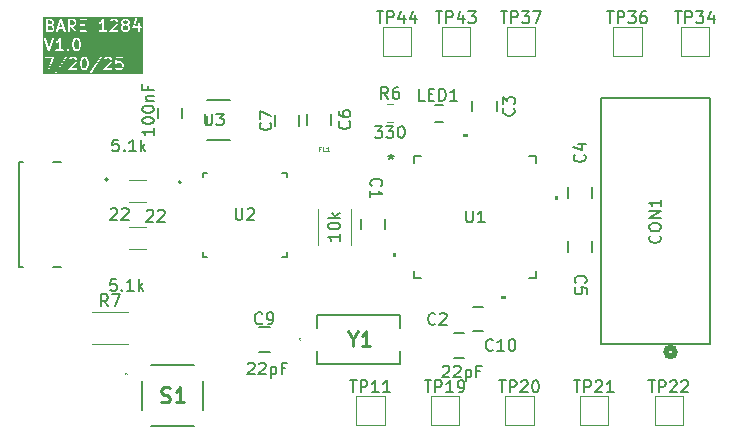
<source format=gbr>
%TF.GenerationSoftware,KiCad,Pcbnew,9.0.3*%
%TF.CreationDate,2025-07-20T22:32:55-06:00*%
%TF.ProjectId,bare_mega_1284,62617265-5f6d-4656-9761-5f313238342e,rev?*%
%TF.SameCoordinates,Original*%
%TF.FileFunction,Legend,Top*%
%TF.FilePolarity,Positive*%
%FSLAX46Y46*%
G04 Gerber Fmt 4.6, Leading zero omitted, Abs format (unit mm)*
G04 Created by KiCad (PCBNEW 9.0.3) date 2025-07-20 22:32:55*
%MOMM*%
%LPD*%
G01*
G04 APERTURE LIST*
%ADD10C,0.150000*%
%ADD11C,0.098425*%
%ADD12C,0.254000*%
%ADD13C,0.200000*%
%ADD14C,0.152400*%
%ADD15C,0.508000*%
%ADD16C,0.120000*%
%ADD17C,0.127000*%
%ADD18C,0.000000*%
%ADD19C,0.100000*%
G04 APERTURE END LIST*
D10*
G36*
X121425685Y-85459077D02*
G01*
X121456092Y-85489484D01*
X121494585Y-85566471D01*
X121537969Y-85740005D01*
X121537969Y-85959632D01*
X121494585Y-86133166D01*
X121456091Y-86210153D01*
X121425684Y-86240561D01*
X121357169Y-86274819D01*
X121297341Y-86274819D01*
X121228825Y-86240561D01*
X121198418Y-86210153D01*
X121159924Y-86133166D01*
X121116541Y-85959632D01*
X121116541Y-85740005D01*
X121159924Y-85566471D01*
X121198418Y-85489484D01*
X121228825Y-85459077D01*
X121297341Y-85424819D01*
X121357169Y-85424819D01*
X121425685Y-85459077D01*
G37*
G36*
X120759018Y-83849133D02*
G01*
X120789425Y-83879540D01*
X120827918Y-83956527D01*
X120871302Y-84130061D01*
X120871302Y-84349688D01*
X120827918Y-84523222D01*
X120789424Y-84600209D01*
X120759017Y-84630617D01*
X120690502Y-84664875D01*
X120630674Y-84664875D01*
X120562158Y-84630617D01*
X120531751Y-84600209D01*
X120493257Y-84523222D01*
X120449874Y-84349688D01*
X120449874Y-84130061D01*
X120493257Y-83956527D01*
X120531751Y-83879540D01*
X120562158Y-83849133D01*
X120630674Y-83814875D01*
X120690502Y-83814875D01*
X120759018Y-83849133D01*
G37*
G36*
X118572455Y-82719292D02*
G01*
X118598949Y-82745786D01*
X118633207Y-82814302D01*
X118633207Y-82921749D01*
X118598948Y-82990265D01*
X118568541Y-83020673D01*
X118500026Y-83054931D01*
X118211779Y-83054931D01*
X118211779Y-82681121D01*
X118457942Y-82681121D01*
X118572455Y-82719292D01*
G37*
G36*
X118520923Y-82239189D02*
G01*
X118551330Y-82269596D01*
X118585588Y-82338112D01*
X118585588Y-82397940D01*
X118551330Y-82466456D01*
X118520923Y-82496863D01*
X118452407Y-82531121D01*
X118211779Y-82531121D01*
X118211779Y-82204931D01*
X118452407Y-82204931D01*
X118520923Y-82239189D01*
G37*
G36*
X124949495Y-82667760D02*
G01*
X124979902Y-82698167D01*
X125014160Y-82766683D01*
X125014160Y-82921749D01*
X124979901Y-82990265D01*
X124949494Y-83020673D01*
X124880979Y-83054931D01*
X124725913Y-83054931D01*
X124657397Y-83020673D01*
X124626990Y-82990265D01*
X124592732Y-82921749D01*
X124592732Y-82766683D01*
X124626990Y-82698167D01*
X124657397Y-82667760D01*
X124725913Y-82633502D01*
X124880979Y-82633502D01*
X124949495Y-82667760D01*
G37*
G36*
X124949495Y-82239189D02*
G01*
X124979902Y-82269596D01*
X125014160Y-82338112D01*
X125014160Y-82350321D01*
X124979902Y-82418837D01*
X124949495Y-82449244D01*
X124880979Y-82483502D01*
X124725913Y-82483502D01*
X124657397Y-82449244D01*
X124626990Y-82418837D01*
X124592732Y-82350321D01*
X124592732Y-82338112D01*
X124626990Y-82269596D01*
X124657397Y-82239189D01*
X124725913Y-82204931D01*
X124880979Y-82204931D01*
X124949495Y-82239189D01*
G37*
G36*
X120425685Y-82239189D02*
G01*
X120456092Y-82269596D01*
X120490350Y-82338112D01*
X120490350Y-82445559D01*
X120456092Y-82514075D01*
X120425685Y-82544482D01*
X120357169Y-82578740D01*
X120068922Y-82578740D01*
X120068922Y-82204931D01*
X120357169Y-82204931D01*
X120425685Y-82239189D01*
G37*
G36*
X119461293Y-82769216D02*
G01*
X119193217Y-82769216D01*
X119327255Y-82367101D01*
X119461293Y-82769216D01*
G37*
G36*
X126273830Y-86774025D02*
G01*
X117808400Y-86774025D01*
X117808400Y-86587993D01*
X118871303Y-86587993D01*
X118877042Y-86616687D01*
X118893325Y-86641002D01*
X118917674Y-86657235D01*
X118946382Y-86662914D01*
X118975076Y-86657175D01*
X118999391Y-86640892D01*
X119008707Y-86629516D01*
X119036389Y-86587993D01*
X121823684Y-86587993D01*
X121829423Y-86616687D01*
X121845706Y-86641002D01*
X121870055Y-86657235D01*
X121898763Y-86662914D01*
X121927457Y-86657175D01*
X121951772Y-86640892D01*
X121961088Y-86629516D01*
X122157307Y-86335187D01*
X122920363Y-86335187D01*
X122920363Y-86364451D01*
X122931562Y-86391487D01*
X122952254Y-86412179D01*
X122979290Y-86423378D01*
X122993922Y-86424819D01*
X123612969Y-86424819D01*
X123627601Y-86423378D01*
X123654637Y-86412179D01*
X123675329Y-86391487D01*
X123686528Y-86364451D01*
X123686528Y-86335187D01*
X123675329Y-86308151D01*
X123654637Y-86287459D01*
X123627601Y-86276260D01*
X123612969Y-86274819D01*
X123174988Y-86274819D01*
X123616557Y-85833249D01*
X123919272Y-85833249D01*
X123920363Y-85836864D01*
X123920363Y-85840640D01*
X123924557Y-85850765D01*
X123927725Y-85861265D01*
X123930116Y-85864188D01*
X123931562Y-85867677D01*
X123939315Y-85875430D01*
X123946256Y-85883913D01*
X123949582Y-85885697D01*
X123952254Y-85888369D01*
X123962381Y-85892564D01*
X123972043Y-85897747D01*
X123975802Y-85898122D01*
X123979291Y-85899568D01*
X123990252Y-85899568D01*
X124001162Y-85900659D01*
X124004778Y-85899568D01*
X124008553Y-85899568D01*
X124018678Y-85895373D01*
X124029178Y-85892206D01*
X124032101Y-85889814D01*
X124035590Y-85888369D01*
X124046955Y-85879042D01*
X124085968Y-85840029D01*
X124154484Y-85805771D01*
X124357169Y-85805771D01*
X124425685Y-85840029D01*
X124456092Y-85870436D01*
X124490350Y-85938952D01*
X124490350Y-86141637D01*
X124456091Y-86210153D01*
X124425684Y-86240561D01*
X124357169Y-86274819D01*
X124154484Y-86274819D01*
X124085968Y-86240561D01*
X124046956Y-86201548D01*
X124035590Y-86192220D01*
X124008554Y-86181021D01*
X123979291Y-86181021D01*
X123952255Y-86192219D01*
X123931562Y-86212912D01*
X123920363Y-86239948D01*
X123920363Y-86269211D01*
X123931561Y-86296247D01*
X123940888Y-86307612D01*
X123988507Y-86355232D01*
X123994256Y-86359950D01*
X123995557Y-86361450D01*
X123997816Y-86362872D01*
X123999873Y-86364560D01*
X124001700Y-86365317D01*
X124008000Y-86369282D01*
X124103238Y-86416901D01*
X124116969Y-86422156D01*
X124119658Y-86422347D01*
X124122147Y-86423378D01*
X124136779Y-86424819D01*
X124374874Y-86424819D01*
X124389506Y-86423378D01*
X124391995Y-86422346D01*
X124394683Y-86422156D01*
X124408415Y-86416901D01*
X124503653Y-86369282D01*
X124509952Y-86365317D01*
X124511780Y-86364560D01*
X124513836Y-86362872D01*
X124516096Y-86361450D01*
X124517396Y-86359950D01*
X124523146Y-86355232D01*
X124570764Y-86307613D01*
X124575482Y-86301863D01*
X124576981Y-86300564D01*
X124578402Y-86298305D01*
X124580092Y-86296247D01*
X124580849Y-86294417D01*
X124584813Y-86288121D01*
X124632432Y-86192883D01*
X124637687Y-86179152D01*
X124637878Y-86176462D01*
X124638909Y-86173974D01*
X124640350Y-86159342D01*
X124640350Y-85921247D01*
X124638909Y-85906615D01*
X124637878Y-85904126D01*
X124637687Y-85901437D01*
X124632432Y-85887706D01*
X124584813Y-85792468D01*
X124580848Y-85786168D01*
X124580091Y-85784341D01*
X124578402Y-85782284D01*
X124576981Y-85780025D01*
X124575482Y-85778725D01*
X124570764Y-85772976D01*
X124523145Y-85725357D01*
X124517395Y-85720638D01*
X124516096Y-85719140D01*
X124513836Y-85717718D01*
X124511780Y-85716030D01*
X124509952Y-85715272D01*
X124503653Y-85711308D01*
X124408415Y-85663689D01*
X124394683Y-85658434D01*
X124391995Y-85658243D01*
X124389506Y-85657212D01*
X124374874Y-85655771D01*
X124136779Y-85655771D01*
X124122147Y-85657212D01*
X124119658Y-85658242D01*
X124116969Y-85658434D01*
X124103238Y-85663689D01*
X124084596Y-85673009D01*
X124109415Y-85424819D01*
X124517731Y-85424819D01*
X124532363Y-85423378D01*
X124559399Y-85412179D01*
X124580091Y-85391487D01*
X124591290Y-85364451D01*
X124591290Y-85335187D01*
X124580091Y-85308151D01*
X124559399Y-85287459D01*
X124532363Y-85276260D01*
X124517731Y-85274819D01*
X124041541Y-85274819D01*
X124036129Y-85275351D01*
X124034301Y-85275169D01*
X124032514Y-85275707D01*
X124026909Y-85276260D01*
X124016782Y-85280454D01*
X124006285Y-85283622D01*
X124003361Y-85286013D01*
X123999873Y-85287459D01*
X123992119Y-85295212D01*
X123983637Y-85302153D01*
X123981852Y-85305479D01*
X123979181Y-85308151D01*
X123974985Y-85318280D01*
X123969803Y-85327940D01*
X123968695Y-85333464D01*
X123967982Y-85335187D01*
X123967982Y-85337023D01*
X123966913Y-85342356D01*
X123919294Y-85818546D01*
X123919272Y-85833249D01*
X123616557Y-85833249D01*
X123618383Y-85831423D01*
X123627711Y-85820058D01*
X123628742Y-85817567D01*
X123630507Y-85815533D01*
X123636501Y-85802107D01*
X123684120Y-85659251D01*
X123685769Y-85651995D01*
X123686528Y-85650165D01*
X123686789Y-85647511D01*
X123687380Y-85644914D01*
X123687239Y-85642939D01*
X123687969Y-85635533D01*
X123687969Y-85540295D01*
X123686528Y-85525663D01*
X123685497Y-85523174D01*
X123685306Y-85520485D01*
X123680051Y-85506754D01*
X123632432Y-85411516D01*
X123628467Y-85405216D01*
X123627710Y-85403389D01*
X123626021Y-85401332D01*
X123624600Y-85399073D01*
X123623101Y-85397773D01*
X123618383Y-85392024D01*
X123570764Y-85344405D01*
X123565014Y-85339686D01*
X123563715Y-85338188D01*
X123561455Y-85336766D01*
X123559399Y-85335078D01*
X123557571Y-85334320D01*
X123551272Y-85330356D01*
X123456034Y-85282737D01*
X123442302Y-85277482D01*
X123439614Y-85277291D01*
X123437125Y-85276260D01*
X123422493Y-85274819D01*
X123184398Y-85274819D01*
X123169766Y-85276260D01*
X123167277Y-85277290D01*
X123164588Y-85277482D01*
X123150857Y-85282737D01*
X123055619Y-85330356D01*
X123049319Y-85334320D01*
X123047492Y-85335078D01*
X123045435Y-85336766D01*
X123043176Y-85338188D01*
X123041876Y-85339686D01*
X123036127Y-85344405D01*
X122988508Y-85392024D01*
X122979181Y-85403389D01*
X122967982Y-85430426D01*
X122967982Y-85459688D01*
X122979181Y-85486725D01*
X122999873Y-85507417D01*
X123026910Y-85518616D01*
X123056172Y-85518616D01*
X123083209Y-85507417D01*
X123094574Y-85498090D01*
X123133587Y-85459077D01*
X123202103Y-85424819D01*
X123404788Y-85424819D01*
X123473304Y-85459077D01*
X123503711Y-85489484D01*
X123537969Y-85558000D01*
X123537969Y-85623363D01*
X123499797Y-85737876D01*
X122940889Y-86296786D01*
X122931562Y-86308151D01*
X122920363Y-86335187D01*
X122157307Y-86335187D01*
X122818230Y-85343802D01*
X122825147Y-85330828D01*
X122830826Y-85302121D01*
X122825087Y-85273426D01*
X122808804Y-85249111D01*
X122784455Y-85232878D01*
X122755747Y-85227200D01*
X122727053Y-85232939D01*
X122702738Y-85249222D01*
X122693422Y-85260597D01*
X121836280Y-86546312D01*
X121829363Y-86559285D01*
X121823684Y-86587993D01*
X119036389Y-86587993D01*
X119204926Y-86335187D01*
X119967982Y-86335187D01*
X119967982Y-86364451D01*
X119979181Y-86391487D01*
X119999873Y-86412179D01*
X120026909Y-86423378D01*
X120041541Y-86424819D01*
X120660588Y-86424819D01*
X120675220Y-86423378D01*
X120702256Y-86412179D01*
X120722948Y-86391487D01*
X120734147Y-86364451D01*
X120734147Y-86335187D01*
X120722948Y-86308151D01*
X120702256Y-86287459D01*
X120675220Y-86276260D01*
X120660588Y-86274819D01*
X120222607Y-86274819D01*
X120666002Y-85831423D01*
X120675330Y-85820058D01*
X120676361Y-85817567D01*
X120678126Y-85815533D01*
X120684120Y-85802107D01*
X120707899Y-85730771D01*
X120966541Y-85730771D01*
X120966541Y-85968866D01*
X120966792Y-85971419D01*
X120966630Y-85972512D01*
X120967439Y-85977985D01*
X120967982Y-85983498D01*
X120968404Y-85984519D01*
X120968780Y-85987056D01*
X121016399Y-86177532D01*
X121016784Y-86178611D01*
X121016823Y-86179151D01*
X121019150Y-86185232D01*
X121021346Y-86191378D01*
X121021668Y-86191813D01*
X121022078Y-86192883D01*
X121069697Y-86288121D01*
X121073660Y-86294417D01*
X121074418Y-86296247D01*
X121076107Y-86298305D01*
X121077529Y-86300564D01*
X121079027Y-86301863D01*
X121083745Y-86307612D01*
X121131364Y-86355232D01*
X121137113Y-86359950D01*
X121138414Y-86361450D01*
X121140673Y-86362872D01*
X121142730Y-86364560D01*
X121144557Y-86365317D01*
X121150857Y-86369282D01*
X121246095Y-86416901D01*
X121259826Y-86422156D01*
X121262515Y-86422347D01*
X121265004Y-86423378D01*
X121279636Y-86424819D01*
X121374874Y-86424819D01*
X121389506Y-86423378D01*
X121391995Y-86422346D01*
X121394683Y-86422156D01*
X121408415Y-86416901D01*
X121503653Y-86369282D01*
X121509952Y-86365317D01*
X121511780Y-86364560D01*
X121513836Y-86362872D01*
X121516096Y-86361450D01*
X121517396Y-86359950D01*
X121523146Y-86355232D01*
X121570764Y-86307613D01*
X121575482Y-86301863D01*
X121576981Y-86300564D01*
X121578402Y-86298305D01*
X121580092Y-86296247D01*
X121580849Y-86294417D01*
X121584813Y-86288121D01*
X121632432Y-86192883D01*
X121632841Y-86191813D01*
X121633164Y-86191378D01*
X121635356Y-86185241D01*
X121637687Y-86179152D01*
X121637725Y-86178611D01*
X121638111Y-86177532D01*
X121685730Y-85987056D01*
X121686105Y-85984519D01*
X121686528Y-85983498D01*
X121687070Y-85977985D01*
X121687880Y-85972512D01*
X121687717Y-85971419D01*
X121687969Y-85968866D01*
X121687969Y-85730771D01*
X121687717Y-85728217D01*
X121687880Y-85727125D01*
X121687070Y-85721651D01*
X121686528Y-85716139D01*
X121686105Y-85715117D01*
X121685730Y-85712581D01*
X121638111Y-85522105D01*
X121637725Y-85521025D01*
X121637687Y-85520485D01*
X121635356Y-85514395D01*
X121633164Y-85508259D01*
X121632841Y-85507823D01*
X121632432Y-85506754D01*
X121584813Y-85411516D01*
X121580848Y-85405216D01*
X121580091Y-85403389D01*
X121578402Y-85401332D01*
X121576981Y-85399073D01*
X121575482Y-85397773D01*
X121570764Y-85392024D01*
X121523145Y-85344405D01*
X121517395Y-85339686D01*
X121516096Y-85338188D01*
X121513836Y-85336766D01*
X121511780Y-85335078D01*
X121509952Y-85334320D01*
X121503653Y-85330356D01*
X121408415Y-85282737D01*
X121394683Y-85277482D01*
X121391995Y-85277291D01*
X121389506Y-85276260D01*
X121374874Y-85274819D01*
X121279636Y-85274819D01*
X121265004Y-85276260D01*
X121262515Y-85277290D01*
X121259826Y-85277482D01*
X121246095Y-85282737D01*
X121150857Y-85330356D01*
X121144557Y-85334320D01*
X121142730Y-85335078D01*
X121140673Y-85336766D01*
X121138414Y-85338188D01*
X121137114Y-85339686D01*
X121131365Y-85344405D01*
X121083746Y-85392024D01*
X121079027Y-85397773D01*
X121077529Y-85399073D01*
X121076107Y-85401332D01*
X121074419Y-85403389D01*
X121073661Y-85405216D01*
X121069697Y-85411516D01*
X121022078Y-85506754D01*
X121021668Y-85507823D01*
X121021346Y-85508259D01*
X121019150Y-85514404D01*
X121016823Y-85520486D01*
X121016784Y-85521025D01*
X121016399Y-85522105D01*
X120968780Y-85712581D01*
X120968404Y-85715117D01*
X120967982Y-85716139D01*
X120967439Y-85721651D01*
X120966630Y-85727125D01*
X120966792Y-85728217D01*
X120966541Y-85730771D01*
X120707899Y-85730771D01*
X120731739Y-85659251D01*
X120733388Y-85651995D01*
X120734147Y-85650165D01*
X120734408Y-85647511D01*
X120734999Y-85644914D01*
X120734858Y-85642939D01*
X120735588Y-85635533D01*
X120735588Y-85540295D01*
X120734147Y-85525663D01*
X120733116Y-85523174D01*
X120732925Y-85520485D01*
X120727670Y-85506754D01*
X120680051Y-85411516D01*
X120676086Y-85405216D01*
X120675329Y-85403389D01*
X120673640Y-85401332D01*
X120672219Y-85399073D01*
X120670720Y-85397773D01*
X120666002Y-85392024D01*
X120618383Y-85344405D01*
X120612633Y-85339686D01*
X120611334Y-85338188D01*
X120609074Y-85336766D01*
X120607018Y-85335078D01*
X120605190Y-85334320D01*
X120598891Y-85330356D01*
X120503653Y-85282737D01*
X120489921Y-85277482D01*
X120487233Y-85277291D01*
X120484744Y-85276260D01*
X120470112Y-85274819D01*
X120232017Y-85274819D01*
X120217385Y-85276260D01*
X120214896Y-85277290D01*
X120212207Y-85277482D01*
X120198476Y-85282737D01*
X120103238Y-85330356D01*
X120096938Y-85334320D01*
X120095111Y-85335078D01*
X120093054Y-85336766D01*
X120090795Y-85338188D01*
X120089495Y-85339686D01*
X120083746Y-85344405D01*
X120036127Y-85392024D01*
X120026800Y-85403389D01*
X120015601Y-85430426D01*
X120015601Y-85459688D01*
X120026800Y-85486725D01*
X120047492Y-85507417D01*
X120074529Y-85518616D01*
X120103791Y-85518616D01*
X120130828Y-85507417D01*
X120142193Y-85498090D01*
X120181206Y-85459077D01*
X120249722Y-85424819D01*
X120452407Y-85424819D01*
X120520923Y-85459077D01*
X120551330Y-85489484D01*
X120585588Y-85558000D01*
X120585588Y-85623363D01*
X120547416Y-85737876D01*
X119988508Y-86296786D01*
X119979181Y-86308151D01*
X119967982Y-86335187D01*
X119204926Y-86335187D01*
X119865849Y-85343802D01*
X119872766Y-85330828D01*
X119878445Y-85302121D01*
X119872706Y-85273426D01*
X119856423Y-85249111D01*
X119832074Y-85232878D01*
X119803366Y-85227200D01*
X119774672Y-85232939D01*
X119750357Y-85249222D01*
X119741041Y-85260597D01*
X118883899Y-86546312D01*
X118876982Y-86559285D01*
X118871303Y-86587993D01*
X117808400Y-86587993D01*
X117808400Y-85335187D01*
X117967982Y-85335187D01*
X117967982Y-85364451D01*
X117979181Y-85391487D01*
X117999873Y-85412179D01*
X118026909Y-85423378D01*
X118041541Y-85424819D01*
X118594466Y-85424819D01*
X118210700Y-86320275D01*
X118206261Y-86334292D01*
X118205904Y-86363553D01*
X118216772Y-86390723D01*
X118237211Y-86411667D01*
X118264109Y-86423194D01*
X118293370Y-86423551D01*
X118320540Y-86412683D01*
X118341484Y-86392244D01*
X118348572Y-86379363D01*
X118777143Y-85379363D01*
X118781582Y-85365347D01*
X118781587Y-85364881D01*
X118781766Y-85364451D01*
X118781766Y-85350265D01*
X118781939Y-85336085D01*
X118781766Y-85335652D01*
X118781766Y-85335187D01*
X118776344Y-85322097D01*
X118771071Y-85308915D01*
X118770745Y-85308581D01*
X118770567Y-85308151D01*
X118760527Y-85298111D01*
X118750632Y-85287972D01*
X118750204Y-85287788D01*
X118749875Y-85287459D01*
X118736740Y-85282018D01*
X118723734Y-85276444D01*
X118723269Y-85276438D01*
X118722839Y-85276260D01*
X118708207Y-85274819D01*
X118041541Y-85274819D01*
X118026909Y-85276260D01*
X117999873Y-85287459D01*
X117979181Y-85308151D01*
X117967982Y-85335187D01*
X117808400Y-85335187D01*
X117808400Y-83749255D01*
X117919511Y-83749255D01*
X117922771Y-83763592D01*
X118256104Y-84763592D01*
X118262098Y-84777017D01*
X118265608Y-84781064D01*
X118268005Y-84785858D01*
X118275113Y-84792023D01*
X118281272Y-84799124D01*
X118286061Y-84801518D01*
X118290112Y-84805032D01*
X118299037Y-84808006D01*
X118307445Y-84812211D01*
X118312789Y-84812590D01*
X118317875Y-84814286D01*
X118327255Y-84813619D01*
X118336635Y-84814286D01*
X118341720Y-84812590D01*
X118347065Y-84812211D01*
X118355475Y-84808005D01*
X118364397Y-84805032D01*
X118368444Y-84801521D01*
X118373238Y-84799125D01*
X118379401Y-84792019D01*
X118386505Y-84785858D01*
X118388900Y-84781066D01*
X118392412Y-84777018D01*
X118398406Y-84763592D01*
X118647534Y-84016208D01*
X118871892Y-84016208D01*
X118873966Y-84045398D01*
X118887053Y-84071573D01*
X118909161Y-84090746D01*
X118936922Y-84100000D01*
X118966112Y-84097926D01*
X118979844Y-84092671D01*
X119075082Y-84045052D01*
X119081381Y-84041087D01*
X119083209Y-84040330D01*
X119085265Y-84038641D01*
X119087525Y-84037220D01*
X119088824Y-84035721D01*
X119094574Y-84031003D01*
X119157017Y-83968560D01*
X119157017Y-84664875D01*
X118946303Y-84664875D01*
X118931671Y-84666316D01*
X118904635Y-84677515D01*
X118883943Y-84698207D01*
X118872744Y-84725243D01*
X118872744Y-84754507D01*
X118883943Y-84781543D01*
X118904635Y-84802235D01*
X118931671Y-84813434D01*
X118946303Y-84814875D01*
X119517731Y-84814875D01*
X119532363Y-84813434D01*
X119559399Y-84802235D01*
X119580091Y-84781543D01*
X119591290Y-84754507D01*
X119591290Y-84725243D01*
X119580091Y-84698207D01*
X119559509Y-84677625D01*
X119825125Y-84677625D01*
X119825125Y-84706888D01*
X119830162Y-84719047D01*
X119836324Y-84733924D01*
X119845651Y-84745289D01*
X119893270Y-84792908D01*
X119904635Y-84802235D01*
X119931671Y-84813434D01*
X119931672Y-84813434D01*
X119960934Y-84813434D01*
X119960935Y-84813434D01*
X119987971Y-84802235D01*
X119999336Y-84792908D01*
X120046955Y-84745289D01*
X120056282Y-84733924D01*
X120067481Y-84706888D01*
X120067481Y-84677625D01*
X120067435Y-84677515D01*
X120056283Y-84650589D01*
X120046955Y-84639223D01*
X119999337Y-84591604D01*
X119987971Y-84582276D01*
X119987970Y-84582275D01*
X119969674Y-84574697D01*
X119960935Y-84571077D01*
X119960934Y-84571077D01*
X119931671Y-84571077D01*
X119922932Y-84574697D01*
X119904636Y-84582275D01*
X119904635Y-84582276D01*
X119893269Y-84591604D01*
X119845650Y-84639224D01*
X119836323Y-84650589D01*
X119825125Y-84677625D01*
X119559509Y-84677625D01*
X119559399Y-84677515D01*
X119532363Y-84666316D01*
X119517731Y-84664875D01*
X119307017Y-84664875D01*
X119307017Y-84120827D01*
X120299874Y-84120827D01*
X120299874Y-84358922D01*
X120300125Y-84361475D01*
X120299963Y-84362568D01*
X120300772Y-84368041D01*
X120301315Y-84373554D01*
X120301737Y-84374575D01*
X120302113Y-84377112D01*
X120349732Y-84567588D01*
X120350117Y-84568667D01*
X120350156Y-84569207D01*
X120352483Y-84575288D01*
X120354679Y-84581434D01*
X120355001Y-84581869D01*
X120355411Y-84582939D01*
X120403030Y-84678177D01*
X120406993Y-84684473D01*
X120407751Y-84686303D01*
X120409440Y-84688361D01*
X120410862Y-84690620D01*
X120412360Y-84691919D01*
X120417078Y-84697668D01*
X120464697Y-84745288D01*
X120470446Y-84750006D01*
X120471747Y-84751506D01*
X120474006Y-84752928D01*
X120476063Y-84754616D01*
X120477890Y-84755373D01*
X120484190Y-84759338D01*
X120579428Y-84806957D01*
X120593159Y-84812212D01*
X120595848Y-84812403D01*
X120598337Y-84813434D01*
X120612969Y-84814875D01*
X120708207Y-84814875D01*
X120722839Y-84813434D01*
X120725328Y-84812402D01*
X120728016Y-84812212D01*
X120741748Y-84806957D01*
X120836986Y-84759338D01*
X120843285Y-84755373D01*
X120845113Y-84754616D01*
X120847169Y-84752928D01*
X120849429Y-84751506D01*
X120850729Y-84750006D01*
X120856479Y-84745288D01*
X120904097Y-84697669D01*
X120908815Y-84691919D01*
X120910314Y-84690620D01*
X120911735Y-84688361D01*
X120913425Y-84686303D01*
X120914182Y-84684473D01*
X120918146Y-84678177D01*
X120965765Y-84582939D01*
X120966174Y-84581869D01*
X120966497Y-84581434D01*
X120968689Y-84575297D01*
X120971020Y-84569208D01*
X120971058Y-84568667D01*
X120971444Y-84567588D01*
X121019063Y-84377112D01*
X121019438Y-84374575D01*
X121019861Y-84373554D01*
X121020403Y-84368041D01*
X121021213Y-84362568D01*
X121021050Y-84361475D01*
X121021302Y-84358922D01*
X121021302Y-84120827D01*
X121021050Y-84118273D01*
X121021213Y-84117181D01*
X121020403Y-84111707D01*
X121019861Y-84106195D01*
X121019438Y-84105173D01*
X121019063Y-84102637D01*
X120971444Y-83912161D01*
X120971058Y-83911081D01*
X120971020Y-83910541D01*
X120968689Y-83904451D01*
X120966497Y-83898315D01*
X120966174Y-83897879D01*
X120965765Y-83896810D01*
X120918146Y-83801572D01*
X120914181Y-83795272D01*
X120913424Y-83793445D01*
X120911735Y-83791388D01*
X120910314Y-83789129D01*
X120908815Y-83787829D01*
X120904097Y-83782080D01*
X120856478Y-83734461D01*
X120850728Y-83729742D01*
X120849429Y-83728244D01*
X120847169Y-83726822D01*
X120845113Y-83725134D01*
X120843285Y-83724376D01*
X120836986Y-83720412D01*
X120741748Y-83672793D01*
X120728016Y-83667538D01*
X120725328Y-83667347D01*
X120722839Y-83666316D01*
X120708207Y-83664875D01*
X120612969Y-83664875D01*
X120598337Y-83666316D01*
X120595848Y-83667346D01*
X120593159Y-83667538D01*
X120579428Y-83672793D01*
X120484190Y-83720412D01*
X120477890Y-83724376D01*
X120476063Y-83725134D01*
X120474006Y-83726822D01*
X120471747Y-83728244D01*
X120470447Y-83729742D01*
X120464698Y-83734461D01*
X120417079Y-83782080D01*
X120412360Y-83787829D01*
X120410862Y-83789129D01*
X120409440Y-83791388D01*
X120407752Y-83793445D01*
X120406994Y-83795272D01*
X120403030Y-83801572D01*
X120355411Y-83896810D01*
X120355001Y-83897879D01*
X120354679Y-83898315D01*
X120352483Y-83904460D01*
X120350156Y-83910542D01*
X120350117Y-83911081D01*
X120349732Y-83912161D01*
X120302113Y-84102637D01*
X120301737Y-84105173D01*
X120301315Y-84106195D01*
X120300772Y-84111707D01*
X120299963Y-84117181D01*
X120300125Y-84118273D01*
X120299874Y-84120827D01*
X119307017Y-84120827D01*
X119307017Y-83739875D01*
X119307011Y-83739822D01*
X119307017Y-83739796D01*
X119307001Y-83739719D01*
X119305576Y-83725243D01*
X119302734Y-83718382D01*
X119301278Y-83711101D01*
X119297188Y-83704994D01*
X119294377Y-83698207D01*
X119289128Y-83692958D01*
X119284995Y-83686786D01*
X119278878Y-83682708D01*
X119273685Y-83677515D01*
X119266825Y-83674673D01*
X119260646Y-83670554D01*
X119253437Y-83669128D01*
X119246649Y-83666316D01*
X119239222Y-83666316D01*
X119231938Y-83664875D01*
X119224733Y-83666316D01*
X119217385Y-83666316D01*
X119210524Y-83669157D01*
X119203244Y-83670614D01*
X119197138Y-83674702D01*
X119190349Y-83677515D01*
X119185098Y-83682765D01*
X119178929Y-83686897D01*
X119169708Y-83698155D01*
X119169657Y-83698207D01*
X119169647Y-83698229D01*
X119169613Y-83698272D01*
X119078493Y-83834952D01*
X118997114Y-83916331D01*
X118912762Y-83958507D01*
X118900319Y-83966339D01*
X118881146Y-83988447D01*
X118871892Y-84016208D01*
X118647534Y-84016208D01*
X118731739Y-83763592D01*
X118734999Y-83749256D01*
X118732924Y-83720066D01*
X118719838Y-83693892D01*
X118697730Y-83674718D01*
X118669968Y-83665464D01*
X118640778Y-83667539D01*
X118614605Y-83680626D01*
X118595431Y-83702733D01*
X118589437Y-83716158D01*
X118327255Y-84502704D01*
X118065073Y-83716158D01*
X118059079Y-83702732D01*
X118039905Y-83680625D01*
X118013732Y-83667539D01*
X117984542Y-83665464D01*
X117956779Y-83674718D01*
X117934672Y-83693892D01*
X117921586Y-83720065D01*
X117919511Y-83749255D01*
X117808400Y-83749255D01*
X117808400Y-82129931D01*
X118061779Y-82129931D01*
X118061779Y-83129931D01*
X118063220Y-83144563D01*
X118074419Y-83171599D01*
X118095111Y-83192291D01*
X118122147Y-83203490D01*
X118136779Y-83204931D01*
X118517731Y-83204931D01*
X118532363Y-83203490D01*
X118534852Y-83202458D01*
X118537540Y-83202268D01*
X118551272Y-83197013D01*
X118646510Y-83149394D01*
X118652809Y-83145429D01*
X118654637Y-83144672D01*
X118656693Y-83142984D01*
X118658953Y-83141562D01*
X118660253Y-83140062D01*
X118666003Y-83135344D01*
X118680796Y-83120551D01*
X118919511Y-83120551D01*
X118921586Y-83149741D01*
X118934672Y-83175914D01*
X118956779Y-83195088D01*
X118984542Y-83204342D01*
X119013732Y-83202267D01*
X119039905Y-83189181D01*
X119059079Y-83167074D01*
X119065073Y-83153648D01*
X119143217Y-82919216D01*
X119511293Y-82919216D01*
X119589437Y-83153648D01*
X119595431Y-83167073D01*
X119614605Y-83189180D01*
X119640778Y-83202267D01*
X119669968Y-83204342D01*
X119697730Y-83195088D01*
X119719838Y-83175914D01*
X119732924Y-83149740D01*
X119734999Y-83120550D01*
X119731739Y-83106214D01*
X119406312Y-82129931D01*
X119918922Y-82129931D01*
X119918922Y-83129931D01*
X119920363Y-83144563D01*
X119931562Y-83171599D01*
X119952254Y-83192291D01*
X119979290Y-83203490D01*
X120008554Y-83203490D01*
X120035590Y-83192291D01*
X120056282Y-83171599D01*
X120067481Y-83144563D01*
X120068922Y-83129931D01*
X120068922Y-82728740D01*
X120192968Y-82728740D01*
X120503908Y-83172941D01*
X120513479Y-83184101D01*
X120538158Y-83199828D01*
X120566975Y-83204914D01*
X120595546Y-83198584D01*
X120619520Y-83181802D01*
X120635247Y-83157124D01*
X120640332Y-83128306D01*
X120634003Y-83099735D01*
X120626793Y-83086922D01*
X120375989Y-82728630D01*
X120389506Y-82727299D01*
X120391995Y-82726267D01*
X120394683Y-82726077D01*
X120408415Y-82720822D01*
X120503653Y-82673203D01*
X120509952Y-82669238D01*
X120511780Y-82668481D01*
X120513836Y-82666792D01*
X120516096Y-82665371D01*
X120517395Y-82663872D01*
X120523145Y-82659154D01*
X120570764Y-82611535D01*
X120575482Y-82605785D01*
X120576981Y-82604486D01*
X120578402Y-82602226D01*
X120580091Y-82600170D01*
X120580848Y-82598342D01*
X120584813Y-82592043D01*
X120632432Y-82496805D01*
X120637687Y-82483074D01*
X120637878Y-82480384D01*
X120638909Y-82477896D01*
X120640350Y-82463264D01*
X120640350Y-82320407D01*
X120638909Y-82305775D01*
X120637878Y-82303286D01*
X120637687Y-82300597D01*
X120632432Y-82286866D01*
X120584813Y-82191628D01*
X120580848Y-82185328D01*
X120580091Y-82183501D01*
X120578402Y-82181444D01*
X120576981Y-82179185D01*
X120575482Y-82177885D01*
X120570764Y-82172136D01*
X120528559Y-82129931D01*
X120918922Y-82129931D01*
X120918922Y-83129931D01*
X120920363Y-83144563D01*
X120931562Y-83171599D01*
X120952254Y-83192291D01*
X120979290Y-83203490D01*
X120993922Y-83204931D01*
X121470112Y-83204931D01*
X121484744Y-83203490D01*
X121511780Y-83192291D01*
X121532472Y-83171599D01*
X121543671Y-83144563D01*
X121543671Y-83115299D01*
X121532472Y-83088263D01*
X121511780Y-83067571D01*
X121484744Y-83056372D01*
X121470112Y-83054931D01*
X121068922Y-83054931D01*
X121068922Y-82681121D01*
X121327255Y-82681121D01*
X121341887Y-82679680D01*
X121368923Y-82668481D01*
X121389615Y-82647789D01*
X121400814Y-82620753D01*
X121400814Y-82591489D01*
X121389615Y-82564453D01*
X121368923Y-82543761D01*
X121341887Y-82532562D01*
X121327255Y-82531121D01*
X121068922Y-82531121D01*
X121068922Y-82406264D01*
X122538559Y-82406264D01*
X122540633Y-82435454D01*
X122553720Y-82461629D01*
X122575828Y-82480802D01*
X122603589Y-82490056D01*
X122632779Y-82487982D01*
X122646511Y-82482727D01*
X122741749Y-82435108D01*
X122748048Y-82431143D01*
X122749876Y-82430386D01*
X122751932Y-82428697D01*
X122754192Y-82427276D01*
X122755491Y-82425777D01*
X122761241Y-82421059D01*
X122823684Y-82358616D01*
X122823684Y-83054931D01*
X122612970Y-83054931D01*
X122598338Y-83056372D01*
X122571302Y-83067571D01*
X122550610Y-83088263D01*
X122539411Y-83115299D01*
X122539411Y-83144563D01*
X122550610Y-83171599D01*
X122571302Y-83192291D01*
X122598338Y-83203490D01*
X122612970Y-83204931D01*
X123184398Y-83204931D01*
X123199030Y-83203490D01*
X123226066Y-83192291D01*
X123246758Y-83171599D01*
X123257957Y-83144563D01*
X123257957Y-83115299D01*
X123444173Y-83115299D01*
X123444173Y-83144563D01*
X123455372Y-83171599D01*
X123476064Y-83192291D01*
X123503100Y-83203490D01*
X123517732Y-83204931D01*
X124136779Y-83204931D01*
X124151411Y-83203490D01*
X124178447Y-83192291D01*
X124199139Y-83171599D01*
X124210338Y-83144563D01*
X124210338Y-83115299D01*
X124199139Y-83088263D01*
X124178447Y-83067571D01*
X124151411Y-83056372D01*
X124136779Y-83054931D01*
X123698798Y-83054931D01*
X124142193Y-82611535D01*
X124151521Y-82600170D01*
X124152552Y-82597679D01*
X124154317Y-82595645D01*
X124160311Y-82582219D01*
X124207930Y-82439363D01*
X124209579Y-82432107D01*
X124210338Y-82430277D01*
X124210599Y-82427623D01*
X124211190Y-82425026D01*
X124211049Y-82423051D01*
X124211779Y-82415645D01*
X124211779Y-82320407D01*
X124442732Y-82320407D01*
X124442732Y-82368026D01*
X124444173Y-82382658D01*
X124445204Y-82385147D01*
X124445395Y-82387835D01*
X124450650Y-82401567D01*
X124498269Y-82496805D01*
X124502233Y-82503104D01*
X124502991Y-82504932D01*
X124504679Y-82506988D01*
X124506101Y-82509248D01*
X124507599Y-82510547D01*
X124512318Y-82516297D01*
X124554523Y-82558502D01*
X124512318Y-82600707D01*
X124507599Y-82606456D01*
X124506101Y-82607756D01*
X124504679Y-82610015D01*
X124502991Y-82612072D01*
X124502233Y-82613899D01*
X124498269Y-82620199D01*
X124450650Y-82715437D01*
X124445395Y-82729169D01*
X124445204Y-82731856D01*
X124444173Y-82734346D01*
X124442732Y-82748978D01*
X124442732Y-82939454D01*
X124444173Y-82954086D01*
X124445204Y-82956575D01*
X124445395Y-82959263D01*
X124450650Y-82972995D01*
X124498269Y-83068233D01*
X124502232Y-83074529D01*
X124502990Y-83076359D01*
X124504679Y-83078417D01*
X124506101Y-83080676D01*
X124507599Y-83081975D01*
X124512317Y-83087724D01*
X124559936Y-83135344D01*
X124565685Y-83140062D01*
X124566986Y-83141562D01*
X124569245Y-83142984D01*
X124571302Y-83144672D01*
X124573129Y-83145429D01*
X124579429Y-83149394D01*
X124674667Y-83197013D01*
X124688398Y-83202268D01*
X124691087Y-83202459D01*
X124693576Y-83203490D01*
X124708208Y-83204931D01*
X124898684Y-83204931D01*
X124913316Y-83203490D01*
X124915805Y-83202458D01*
X124918493Y-83202268D01*
X124932225Y-83197013D01*
X125027463Y-83149394D01*
X125033762Y-83145429D01*
X125035590Y-83144672D01*
X125037646Y-83142984D01*
X125039906Y-83141562D01*
X125041206Y-83140062D01*
X125046956Y-83135344D01*
X125094574Y-83087725D01*
X125099292Y-83081975D01*
X125100791Y-83080676D01*
X125102212Y-83078417D01*
X125103902Y-83076359D01*
X125104659Y-83074529D01*
X125108623Y-83068233D01*
X125156242Y-82972995D01*
X125161497Y-82959264D01*
X125161688Y-82956574D01*
X125162719Y-82954086D01*
X125164160Y-82939454D01*
X125164160Y-82787217D01*
X125395702Y-82787217D01*
X125396554Y-82799202D01*
X125396554Y-82811229D01*
X125397586Y-82813720D01*
X125397777Y-82816407D01*
X125403151Y-82827156D01*
X125407753Y-82838265D01*
X125409658Y-82840170D01*
X125410863Y-82842580D01*
X125419945Y-82850457D01*
X125428445Y-82858957D01*
X125430933Y-82859987D01*
X125432970Y-82861754D01*
X125444373Y-82865555D01*
X125455481Y-82870156D01*
X125459307Y-82870532D01*
X125460733Y-82871008D01*
X125462707Y-82870867D01*
X125470113Y-82871597D01*
X125871303Y-82871597D01*
X125871303Y-83129931D01*
X125872744Y-83144563D01*
X125883943Y-83171599D01*
X125904635Y-83192291D01*
X125931671Y-83203490D01*
X125960935Y-83203490D01*
X125987971Y-83192291D01*
X126008663Y-83171599D01*
X126019862Y-83144563D01*
X126021303Y-83129931D01*
X126021303Y-82871597D01*
X126089160Y-82871597D01*
X126103792Y-82870156D01*
X126130828Y-82858957D01*
X126151520Y-82838265D01*
X126162719Y-82811229D01*
X126162719Y-82781965D01*
X126151520Y-82754929D01*
X126130828Y-82734237D01*
X126103792Y-82723038D01*
X126089160Y-82721597D01*
X126021303Y-82721597D01*
X126021303Y-82463264D01*
X126019862Y-82448632D01*
X126008663Y-82421596D01*
X125987971Y-82400904D01*
X125960935Y-82389705D01*
X125931671Y-82389705D01*
X125904635Y-82400904D01*
X125883943Y-82421596D01*
X125872744Y-82448632D01*
X125871303Y-82463264D01*
X125871303Y-82721597D01*
X125574170Y-82721597D01*
X125779359Y-82106030D01*
X125782619Y-82091693D01*
X125780544Y-82062503D01*
X125767458Y-82036329D01*
X125745350Y-82017155D01*
X125717588Y-82007901D01*
X125688398Y-82009976D01*
X125662225Y-82023063D01*
X125643051Y-82045170D01*
X125637057Y-82058595D01*
X125398962Y-82772880D01*
X125397312Y-82780133D01*
X125396554Y-82781965D01*
X125396554Y-82783470D01*
X125395702Y-82787217D01*
X125164160Y-82787217D01*
X125164160Y-82748978D01*
X125162719Y-82734346D01*
X125161688Y-82731857D01*
X125161497Y-82729168D01*
X125156242Y-82715437D01*
X125108623Y-82620199D01*
X125104658Y-82613899D01*
X125103901Y-82612072D01*
X125102212Y-82610015D01*
X125100791Y-82607756D01*
X125099292Y-82606456D01*
X125094574Y-82600707D01*
X125052369Y-82558502D01*
X125094574Y-82516297D01*
X125099292Y-82510547D01*
X125100791Y-82509248D01*
X125102212Y-82506988D01*
X125103901Y-82504932D01*
X125104658Y-82503104D01*
X125108623Y-82496805D01*
X125156242Y-82401567D01*
X125161497Y-82387836D01*
X125161688Y-82385146D01*
X125162719Y-82382658D01*
X125164160Y-82368026D01*
X125164160Y-82320407D01*
X125162719Y-82305775D01*
X125161688Y-82303286D01*
X125161497Y-82300597D01*
X125156242Y-82286866D01*
X125108623Y-82191628D01*
X125104658Y-82185328D01*
X125103901Y-82183501D01*
X125102212Y-82181444D01*
X125100791Y-82179185D01*
X125099292Y-82177885D01*
X125094574Y-82172136D01*
X125046955Y-82124517D01*
X125041205Y-82119798D01*
X125039906Y-82118300D01*
X125037646Y-82116878D01*
X125035590Y-82115190D01*
X125033762Y-82114432D01*
X125027463Y-82110468D01*
X124932225Y-82062849D01*
X124918493Y-82057594D01*
X124915805Y-82057403D01*
X124913316Y-82056372D01*
X124898684Y-82054931D01*
X124708208Y-82054931D01*
X124693576Y-82056372D01*
X124691087Y-82057402D01*
X124688398Y-82057594D01*
X124674667Y-82062849D01*
X124579429Y-82110468D01*
X124573129Y-82114432D01*
X124571302Y-82115190D01*
X124569245Y-82116878D01*
X124566986Y-82118300D01*
X124565686Y-82119798D01*
X124559937Y-82124517D01*
X124512318Y-82172136D01*
X124507599Y-82177885D01*
X124506101Y-82179185D01*
X124504679Y-82181444D01*
X124502991Y-82183501D01*
X124502233Y-82185328D01*
X124498269Y-82191628D01*
X124450650Y-82286866D01*
X124445395Y-82300598D01*
X124445204Y-82303285D01*
X124444173Y-82305775D01*
X124442732Y-82320407D01*
X124211779Y-82320407D01*
X124210338Y-82305775D01*
X124209307Y-82303286D01*
X124209116Y-82300597D01*
X124203861Y-82286866D01*
X124156242Y-82191628D01*
X124152277Y-82185328D01*
X124151520Y-82183501D01*
X124149831Y-82181444D01*
X124148410Y-82179185D01*
X124146911Y-82177885D01*
X124142193Y-82172136D01*
X124094574Y-82124517D01*
X124088824Y-82119798D01*
X124087525Y-82118300D01*
X124085265Y-82116878D01*
X124083209Y-82115190D01*
X124081381Y-82114432D01*
X124075082Y-82110468D01*
X123979844Y-82062849D01*
X123966112Y-82057594D01*
X123963424Y-82057403D01*
X123960935Y-82056372D01*
X123946303Y-82054931D01*
X123708208Y-82054931D01*
X123693576Y-82056372D01*
X123691087Y-82057402D01*
X123688398Y-82057594D01*
X123674667Y-82062849D01*
X123579429Y-82110468D01*
X123573129Y-82114432D01*
X123571302Y-82115190D01*
X123569245Y-82116878D01*
X123566986Y-82118300D01*
X123565686Y-82119798D01*
X123559937Y-82124517D01*
X123512318Y-82172136D01*
X123502991Y-82183501D01*
X123491792Y-82210538D01*
X123491792Y-82239800D01*
X123502991Y-82266837D01*
X123523683Y-82287529D01*
X123550720Y-82298728D01*
X123579982Y-82298728D01*
X123607019Y-82287529D01*
X123618384Y-82278202D01*
X123657397Y-82239189D01*
X123725913Y-82204931D01*
X123928598Y-82204931D01*
X123997114Y-82239189D01*
X124027521Y-82269596D01*
X124061779Y-82338112D01*
X124061779Y-82403475D01*
X124023607Y-82517988D01*
X123464699Y-83076898D01*
X123455372Y-83088263D01*
X123444173Y-83115299D01*
X123257957Y-83115299D01*
X123246758Y-83088263D01*
X123226066Y-83067571D01*
X123199030Y-83056372D01*
X123184398Y-83054931D01*
X122973684Y-83054931D01*
X122973684Y-82129931D01*
X122973678Y-82129878D01*
X122973684Y-82129852D01*
X122973668Y-82129775D01*
X122972243Y-82115299D01*
X122969401Y-82108438D01*
X122967945Y-82101157D01*
X122963855Y-82095050D01*
X122961044Y-82088263D01*
X122955795Y-82083014D01*
X122951662Y-82076842D01*
X122945545Y-82072764D01*
X122940352Y-82067571D01*
X122933492Y-82064729D01*
X122927313Y-82060610D01*
X122920104Y-82059184D01*
X122913316Y-82056372D01*
X122905889Y-82056372D01*
X122898605Y-82054931D01*
X122891400Y-82056372D01*
X122884052Y-82056372D01*
X122877191Y-82059213D01*
X122869911Y-82060670D01*
X122863805Y-82064758D01*
X122857016Y-82067571D01*
X122851765Y-82072821D01*
X122845596Y-82076953D01*
X122836375Y-82088211D01*
X122836324Y-82088263D01*
X122836314Y-82088285D01*
X122836280Y-82088328D01*
X122745160Y-82225008D01*
X122663781Y-82306387D01*
X122579429Y-82348563D01*
X122566986Y-82356395D01*
X122547813Y-82378503D01*
X122538559Y-82406264D01*
X121068922Y-82406264D01*
X121068922Y-82204931D01*
X121470112Y-82204931D01*
X121484744Y-82203490D01*
X121511780Y-82192291D01*
X121532472Y-82171599D01*
X121543671Y-82144563D01*
X121543671Y-82115299D01*
X121532472Y-82088263D01*
X121511780Y-82067571D01*
X121484744Y-82056372D01*
X121470112Y-82054931D01*
X120993922Y-82054931D01*
X120979290Y-82056372D01*
X120952254Y-82067571D01*
X120931562Y-82088263D01*
X120920363Y-82115299D01*
X120918922Y-82129931D01*
X120528559Y-82129931D01*
X120523145Y-82124517D01*
X120517395Y-82119798D01*
X120516096Y-82118300D01*
X120513836Y-82116878D01*
X120511780Y-82115190D01*
X120509952Y-82114432D01*
X120503653Y-82110468D01*
X120408415Y-82062849D01*
X120394683Y-82057594D01*
X120391995Y-82057403D01*
X120389506Y-82056372D01*
X120374874Y-82054931D01*
X119993922Y-82054931D01*
X119979290Y-82056372D01*
X119952254Y-82067571D01*
X119931562Y-82088263D01*
X119920363Y-82115299D01*
X119918922Y-82129931D01*
X119406312Y-82129931D01*
X119398406Y-82106214D01*
X119392412Y-82092788D01*
X119388900Y-82088739D01*
X119386505Y-82083948D01*
X119379401Y-82077786D01*
X119373238Y-82070681D01*
X119368444Y-82068284D01*
X119364397Y-82064774D01*
X119355475Y-82061800D01*
X119347065Y-82057595D01*
X119341720Y-82057215D01*
X119336635Y-82055520D01*
X119327255Y-82056186D01*
X119317875Y-82055520D01*
X119312789Y-82057215D01*
X119307445Y-82057595D01*
X119299037Y-82061799D01*
X119290112Y-82064774D01*
X119286061Y-82068287D01*
X119281272Y-82070682D01*
X119275113Y-82077782D01*
X119268005Y-82083948D01*
X119265608Y-82088741D01*
X119262098Y-82092789D01*
X119256104Y-82106214D01*
X118922771Y-83106214D01*
X118919511Y-83120551D01*
X118680796Y-83120551D01*
X118713621Y-83087725D01*
X118718339Y-83081975D01*
X118719838Y-83080676D01*
X118721259Y-83078417D01*
X118722949Y-83076359D01*
X118723706Y-83074529D01*
X118727670Y-83068233D01*
X118775289Y-82972995D01*
X118780544Y-82959264D01*
X118780735Y-82956574D01*
X118781766Y-82954086D01*
X118783207Y-82939454D01*
X118783207Y-82796597D01*
X118781766Y-82781965D01*
X118780735Y-82779476D01*
X118780544Y-82776787D01*
X118775289Y-82763056D01*
X118727670Y-82667818D01*
X118723705Y-82661518D01*
X118722948Y-82659691D01*
X118721259Y-82657634D01*
X118719838Y-82655375D01*
X118718339Y-82654075D01*
X118713621Y-82648326D01*
X118666002Y-82600707D01*
X118654637Y-82591380D01*
X118652146Y-82590348D01*
X118650111Y-82588583D01*
X118644043Y-82585874D01*
X118666002Y-82563916D01*
X118670720Y-82558166D01*
X118672219Y-82556867D01*
X118673640Y-82554607D01*
X118675329Y-82552551D01*
X118676086Y-82550723D01*
X118680051Y-82544424D01*
X118727670Y-82449186D01*
X118732925Y-82435455D01*
X118733116Y-82432765D01*
X118734147Y-82430277D01*
X118735588Y-82415645D01*
X118735588Y-82320407D01*
X118734147Y-82305775D01*
X118733116Y-82303286D01*
X118732925Y-82300597D01*
X118727670Y-82286866D01*
X118680051Y-82191628D01*
X118676086Y-82185328D01*
X118675329Y-82183501D01*
X118673640Y-82181444D01*
X118672219Y-82179185D01*
X118670720Y-82177885D01*
X118666002Y-82172136D01*
X118618383Y-82124517D01*
X118612633Y-82119798D01*
X118611334Y-82118300D01*
X118609074Y-82116878D01*
X118607018Y-82115190D01*
X118605190Y-82114432D01*
X118598891Y-82110468D01*
X118503653Y-82062849D01*
X118489921Y-82057594D01*
X118487233Y-82057403D01*
X118484744Y-82056372D01*
X118470112Y-82054931D01*
X118136779Y-82054931D01*
X118122147Y-82056372D01*
X118095111Y-82067571D01*
X118074419Y-82088263D01*
X118063220Y-82115299D01*
X118061779Y-82129931D01*
X117808400Y-82129931D01*
X117808400Y-81896790D01*
X126273830Y-81896790D01*
X126273830Y-86774025D01*
G37*
X137059580Y-90866666D02*
X137107200Y-90914285D01*
X137107200Y-90914285D02*
X137154819Y-91057142D01*
X137154819Y-91057142D02*
X137154819Y-91152380D01*
X137154819Y-91152380D02*
X137107200Y-91295237D01*
X137107200Y-91295237D02*
X137011961Y-91390475D01*
X137011961Y-91390475D02*
X136916723Y-91438094D01*
X136916723Y-91438094D02*
X136726247Y-91485713D01*
X136726247Y-91485713D02*
X136583390Y-91485713D01*
X136583390Y-91485713D02*
X136392914Y-91438094D01*
X136392914Y-91438094D02*
X136297676Y-91390475D01*
X136297676Y-91390475D02*
X136202438Y-91295237D01*
X136202438Y-91295237D02*
X136154819Y-91152380D01*
X136154819Y-91152380D02*
X136154819Y-91057142D01*
X136154819Y-91057142D02*
X136202438Y-90914285D01*
X136202438Y-90914285D02*
X136250057Y-90866666D01*
X136154819Y-90533332D02*
X136154819Y-89866666D01*
X136154819Y-89866666D02*
X137154819Y-90295237D01*
X170039580Y-100434285D02*
X170087200Y-100481904D01*
X170087200Y-100481904D02*
X170134819Y-100624761D01*
X170134819Y-100624761D02*
X170134819Y-100719999D01*
X170134819Y-100719999D02*
X170087200Y-100862856D01*
X170087200Y-100862856D02*
X169991961Y-100958094D01*
X169991961Y-100958094D02*
X169896723Y-101005713D01*
X169896723Y-101005713D02*
X169706247Y-101053332D01*
X169706247Y-101053332D02*
X169563390Y-101053332D01*
X169563390Y-101053332D02*
X169372914Y-101005713D01*
X169372914Y-101005713D02*
X169277676Y-100958094D01*
X169277676Y-100958094D02*
X169182438Y-100862856D01*
X169182438Y-100862856D02*
X169134819Y-100719999D01*
X169134819Y-100719999D02*
X169134819Y-100624761D01*
X169134819Y-100624761D02*
X169182438Y-100481904D01*
X169182438Y-100481904D02*
X169230057Y-100434285D01*
X169134819Y-99815237D02*
X169134819Y-99624761D01*
X169134819Y-99624761D02*
X169182438Y-99529523D01*
X169182438Y-99529523D02*
X169277676Y-99434285D01*
X169277676Y-99434285D02*
X169468152Y-99386666D01*
X169468152Y-99386666D02*
X169801485Y-99386666D01*
X169801485Y-99386666D02*
X169991961Y-99434285D01*
X169991961Y-99434285D02*
X170087200Y-99529523D01*
X170087200Y-99529523D02*
X170134819Y-99624761D01*
X170134819Y-99624761D02*
X170134819Y-99815237D01*
X170134819Y-99815237D02*
X170087200Y-99910475D01*
X170087200Y-99910475D02*
X169991961Y-100005713D01*
X169991961Y-100005713D02*
X169801485Y-100053332D01*
X169801485Y-100053332D02*
X169468152Y-100053332D01*
X169468152Y-100053332D02*
X169277676Y-100005713D01*
X169277676Y-100005713D02*
X169182438Y-99910475D01*
X169182438Y-99910475D02*
X169134819Y-99815237D01*
X170134819Y-98958094D02*
X169134819Y-98958094D01*
X169134819Y-98958094D02*
X170134819Y-98386666D01*
X170134819Y-98386666D02*
X169134819Y-98386666D01*
X170134819Y-97386666D02*
X170134819Y-97958094D01*
X170134819Y-97672380D02*
X169134819Y-97672380D01*
X169134819Y-97672380D02*
X169277676Y-97767618D01*
X169277676Y-97767618D02*
X169372914Y-97862856D01*
X169372914Y-97862856D02*
X169420533Y-97958094D01*
X124019047Y-104104819D02*
X123542857Y-104104819D01*
X123542857Y-104104819D02*
X123495238Y-104581009D01*
X123495238Y-104581009D02*
X123542857Y-104533390D01*
X123542857Y-104533390D02*
X123638095Y-104485771D01*
X123638095Y-104485771D02*
X123876190Y-104485771D01*
X123876190Y-104485771D02*
X123971428Y-104533390D01*
X123971428Y-104533390D02*
X124019047Y-104581009D01*
X124019047Y-104581009D02*
X124066666Y-104676247D01*
X124066666Y-104676247D02*
X124066666Y-104914342D01*
X124066666Y-104914342D02*
X124019047Y-105009580D01*
X124019047Y-105009580D02*
X123971428Y-105057200D01*
X123971428Y-105057200D02*
X123876190Y-105104819D01*
X123876190Y-105104819D02*
X123638095Y-105104819D01*
X123638095Y-105104819D02*
X123542857Y-105057200D01*
X123542857Y-105057200D02*
X123495238Y-105009580D01*
X124495238Y-105009580D02*
X124542857Y-105057200D01*
X124542857Y-105057200D02*
X124495238Y-105104819D01*
X124495238Y-105104819D02*
X124447619Y-105057200D01*
X124447619Y-105057200D02*
X124495238Y-105009580D01*
X124495238Y-105009580D02*
X124495238Y-105104819D01*
X125495237Y-105104819D02*
X124923809Y-105104819D01*
X125209523Y-105104819D02*
X125209523Y-104104819D01*
X125209523Y-104104819D02*
X125114285Y-104247676D01*
X125114285Y-104247676D02*
X125019047Y-104342914D01*
X125019047Y-104342914D02*
X124923809Y-104390533D01*
X125923809Y-105104819D02*
X125923809Y-104104819D01*
X126019047Y-104723866D02*
X126304761Y-105104819D01*
X126304761Y-104438152D02*
X125923809Y-104819104D01*
X150130952Y-89004819D02*
X149654762Y-89004819D01*
X149654762Y-89004819D02*
X149654762Y-88004819D01*
X150464286Y-88481009D02*
X150797619Y-88481009D01*
X150940476Y-89004819D02*
X150464286Y-89004819D01*
X150464286Y-89004819D02*
X150464286Y-88004819D01*
X150464286Y-88004819D02*
X150940476Y-88004819D01*
X151369048Y-89004819D02*
X151369048Y-88004819D01*
X151369048Y-88004819D02*
X151607143Y-88004819D01*
X151607143Y-88004819D02*
X151750000Y-88052438D01*
X151750000Y-88052438D02*
X151845238Y-88147676D01*
X151845238Y-88147676D02*
X151892857Y-88242914D01*
X151892857Y-88242914D02*
X151940476Y-88433390D01*
X151940476Y-88433390D02*
X151940476Y-88576247D01*
X151940476Y-88576247D02*
X151892857Y-88766723D01*
X151892857Y-88766723D02*
X151845238Y-88861961D01*
X151845238Y-88861961D02*
X151750000Y-88957200D01*
X151750000Y-88957200D02*
X151607143Y-89004819D01*
X151607143Y-89004819D02*
X151369048Y-89004819D01*
X152892857Y-89004819D02*
X152321429Y-89004819D01*
X152607143Y-89004819D02*
X152607143Y-88004819D01*
X152607143Y-88004819D02*
X152511905Y-88147676D01*
X152511905Y-88147676D02*
X152416667Y-88242914D01*
X152416667Y-88242914D02*
X152321429Y-88290533D01*
X151033333Y-107889580D02*
X150985714Y-107937200D01*
X150985714Y-107937200D02*
X150842857Y-107984819D01*
X150842857Y-107984819D02*
X150747619Y-107984819D01*
X150747619Y-107984819D02*
X150604762Y-107937200D01*
X150604762Y-107937200D02*
X150509524Y-107841961D01*
X150509524Y-107841961D02*
X150461905Y-107746723D01*
X150461905Y-107746723D02*
X150414286Y-107556247D01*
X150414286Y-107556247D02*
X150414286Y-107413390D01*
X150414286Y-107413390D02*
X150461905Y-107222914D01*
X150461905Y-107222914D02*
X150509524Y-107127676D01*
X150509524Y-107127676D02*
X150604762Y-107032438D01*
X150604762Y-107032438D02*
X150747619Y-106984819D01*
X150747619Y-106984819D02*
X150842857Y-106984819D01*
X150842857Y-106984819D02*
X150985714Y-107032438D01*
X150985714Y-107032438D02*
X151033333Y-107080057D01*
X151414286Y-107080057D02*
X151461905Y-107032438D01*
X151461905Y-107032438D02*
X151557143Y-106984819D01*
X151557143Y-106984819D02*
X151795238Y-106984819D01*
X151795238Y-106984819D02*
X151890476Y-107032438D01*
X151890476Y-107032438D02*
X151938095Y-107080057D01*
X151938095Y-107080057D02*
X151985714Y-107175295D01*
X151985714Y-107175295D02*
X151985714Y-107270533D01*
X151985714Y-107270533D02*
X151938095Y-107413390D01*
X151938095Y-107413390D02*
X151366667Y-107984819D01*
X151366667Y-107984819D02*
X151985714Y-107984819D01*
X163659580Y-93566666D02*
X163707200Y-93614285D01*
X163707200Y-93614285D02*
X163754819Y-93757142D01*
X163754819Y-93757142D02*
X163754819Y-93852380D01*
X163754819Y-93852380D02*
X163707200Y-93995237D01*
X163707200Y-93995237D02*
X163611961Y-94090475D01*
X163611961Y-94090475D02*
X163516723Y-94138094D01*
X163516723Y-94138094D02*
X163326247Y-94185713D01*
X163326247Y-94185713D02*
X163183390Y-94185713D01*
X163183390Y-94185713D02*
X162992914Y-94138094D01*
X162992914Y-94138094D02*
X162897676Y-94090475D01*
X162897676Y-94090475D02*
X162802438Y-93995237D01*
X162802438Y-93995237D02*
X162754819Y-93852380D01*
X162754819Y-93852380D02*
X162754819Y-93757142D01*
X162754819Y-93757142D02*
X162802438Y-93614285D01*
X162802438Y-93614285D02*
X162850057Y-93566666D01*
X163088152Y-92709523D02*
X163754819Y-92709523D01*
X162707200Y-92947618D02*
X163421485Y-93185713D01*
X163421485Y-93185713D02*
X163421485Y-92566666D01*
X162940419Y-104433333D02*
X162892800Y-104385714D01*
X162892800Y-104385714D02*
X162845180Y-104242857D01*
X162845180Y-104242857D02*
X162845180Y-104147619D01*
X162845180Y-104147619D02*
X162892800Y-104004762D01*
X162892800Y-104004762D02*
X162988038Y-103909524D01*
X162988038Y-103909524D02*
X163083276Y-103861905D01*
X163083276Y-103861905D02*
X163273752Y-103814286D01*
X163273752Y-103814286D02*
X163416609Y-103814286D01*
X163416609Y-103814286D02*
X163607085Y-103861905D01*
X163607085Y-103861905D02*
X163702323Y-103909524D01*
X163702323Y-103909524D02*
X163797561Y-104004762D01*
X163797561Y-104004762D02*
X163845180Y-104147619D01*
X163845180Y-104147619D02*
X163845180Y-104242857D01*
X163845180Y-104242857D02*
X163797561Y-104385714D01*
X163797561Y-104385714D02*
X163749942Y-104433333D01*
X163845180Y-105338095D02*
X163845180Y-104861905D01*
X163845180Y-104861905D02*
X163368990Y-104814286D01*
X163368990Y-104814286D02*
X163416609Y-104861905D01*
X163416609Y-104861905D02*
X163464228Y-104957143D01*
X163464228Y-104957143D02*
X163464228Y-105195238D01*
X163464228Y-105195238D02*
X163416609Y-105290476D01*
X163416609Y-105290476D02*
X163368990Y-105338095D01*
X163368990Y-105338095D02*
X163273752Y-105385714D01*
X163273752Y-105385714D02*
X163035657Y-105385714D01*
X163035657Y-105385714D02*
X162940419Y-105338095D01*
X162940419Y-105338095D02*
X162892800Y-105290476D01*
X162892800Y-105290476D02*
X162845180Y-105195238D01*
X162845180Y-105195238D02*
X162845180Y-104957143D01*
X162845180Y-104957143D02*
X162892800Y-104861905D01*
X162892800Y-104861905D02*
X162940419Y-104814286D01*
X145640419Y-96233333D02*
X145592800Y-96185714D01*
X145592800Y-96185714D02*
X145545180Y-96042857D01*
X145545180Y-96042857D02*
X145545180Y-95947619D01*
X145545180Y-95947619D02*
X145592800Y-95804762D01*
X145592800Y-95804762D02*
X145688038Y-95709524D01*
X145688038Y-95709524D02*
X145783276Y-95661905D01*
X145783276Y-95661905D02*
X145973752Y-95614286D01*
X145973752Y-95614286D02*
X146116609Y-95614286D01*
X146116609Y-95614286D02*
X146307085Y-95661905D01*
X146307085Y-95661905D02*
X146402323Y-95709524D01*
X146402323Y-95709524D02*
X146497561Y-95804762D01*
X146497561Y-95804762D02*
X146545180Y-95947619D01*
X146545180Y-95947619D02*
X146545180Y-96042857D01*
X146545180Y-96042857D02*
X146497561Y-96185714D01*
X146497561Y-96185714D02*
X146449942Y-96233333D01*
X145545180Y-97185714D02*
X145545180Y-96614286D01*
X145545180Y-96900000D02*
X146545180Y-96900000D01*
X146545180Y-96900000D02*
X146402323Y-96804762D01*
X146402323Y-96804762D02*
X146307085Y-96709524D01*
X146307085Y-96709524D02*
X146259466Y-96614286D01*
X157659580Y-89646666D02*
X157707200Y-89694285D01*
X157707200Y-89694285D02*
X157754819Y-89837142D01*
X157754819Y-89837142D02*
X157754819Y-89932380D01*
X157754819Y-89932380D02*
X157707200Y-90075237D01*
X157707200Y-90075237D02*
X157611961Y-90170475D01*
X157611961Y-90170475D02*
X157516723Y-90218094D01*
X157516723Y-90218094D02*
X157326247Y-90265713D01*
X157326247Y-90265713D02*
X157183390Y-90265713D01*
X157183390Y-90265713D02*
X156992914Y-90218094D01*
X156992914Y-90218094D02*
X156897676Y-90170475D01*
X156897676Y-90170475D02*
X156802438Y-90075237D01*
X156802438Y-90075237D02*
X156754819Y-89932380D01*
X156754819Y-89932380D02*
X156754819Y-89837142D01*
X156754819Y-89837142D02*
X156802438Y-89694285D01*
X156802438Y-89694285D02*
X156850057Y-89646666D01*
X156754819Y-89313332D02*
X156754819Y-88694285D01*
X156754819Y-88694285D02*
X157135771Y-89027618D01*
X157135771Y-89027618D02*
X157135771Y-88884761D01*
X157135771Y-88884761D02*
X157183390Y-88789523D01*
X157183390Y-88789523D02*
X157231009Y-88741904D01*
X157231009Y-88741904D02*
X157326247Y-88694285D01*
X157326247Y-88694285D02*
X157564342Y-88694285D01*
X157564342Y-88694285D02*
X157659580Y-88741904D01*
X157659580Y-88741904D02*
X157707200Y-88789523D01*
X157707200Y-88789523D02*
X157754819Y-88884761D01*
X157754819Y-88884761D02*
X157754819Y-89170475D01*
X157754819Y-89170475D02*
X157707200Y-89265713D01*
X157707200Y-89265713D02*
X157659580Y-89313332D01*
X143759580Y-90766666D02*
X143807200Y-90814285D01*
X143807200Y-90814285D02*
X143854819Y-90957142D01*
X143854819Y-90957142D02*
X143854819Y-91052380D01*
X143854819Y-91052380D02*
X143807200Y-91195237D01*
X143807200Y-91195237D02*
X143711961Y-91290475D01*
X143711961Y-91290475D02*
X143616723Y-91338094D01*
X143616723Y-91338094D02*
X143426247Y-91385713D01*
X143426247Y-91385713D02*
X143283390Y-91385713D01*
X143283390Y-91385713D02*
X143092914Y-91338094D01*
X143092914Y-91338094D02*
X142997676Y-91290475D01*
X142997676Y-91290475D02*
X142902438Y-91195237D01*
X142902438Y-91195237D02*
X142854819Y-91052380D01*
X142854819Y-91052380D02*
X142854819Y-90957142D01*
X142854819Y-90957142D02*
X142902438Y-90814285D01*
X142902438Y-90814285D02*
X142950057Y-90766666D01*
X142854819Y-89909523D02*
X142854819Y-90099999D01*
X142854819Y-90099999D02*
X142902438Y-90195237D01*
X142902438Y-90195237D02*
X142950057Y-90242856D01*
X142950057Y-90242856D02*
X143092914Y-90338094D01*
X143092914Y-90338094D02*
X143283390Y-90385713D01*
X143283390Y-90385713D02*
X143664342Y-90385713D01*
X143664342Y-90385713D02*
X143759580Y-90338094D01*
X143759580Y-90338094D02*
X143807200Y-90290475D01*
X143807200Y-90290475D02*
X143854819Y-90195237D01*
X143854819Y-90195237D02*
X143854819Y-90004761D01*
X143854819Y-90004761D02*
X143807200Y-89909523D01*
X143807200Y-89909523D02*
X143759580Y-89861904D01*
X143759580Y-89861904D02*
X143664342Y-89814285D01*
X143664342Y-89814285D02*
X143426247Y-89814285D01*
X143426247Y-89814285D02*
X143331009Y-89861904D01*
X143331009Y-89861904D02*
X143283390Y-89909523D01*
X143283390Y-89909523D02*
X143235771Y-90004761D01*
X143235771Y-90004761D02*
X143235771Y-90195237D01*
X143235771Y-90195237D02*
X143283390Y-90290475D01*
X143283390Y-90290475D02*
X143331009Y-90338094D01*
X143331009Y-90338094D02*
X143426247Y-90385713D01*
X127204819Y-91347619D02*
X127204819Y-91919047D01*
X127204819Y-91633333D02*
X126204819Y-91633333D01*
X126204819Y-91633333D02*
X126347676Y-91728571D01*
X126347676Y-91728571D02*
X126442914Y-91823809D01*
X126442914Y-91823809D02*
X126490533Y-91919047D01*
X126204819Y-90728571D02*
X126204819Y-90633333D01*
X126204819Y-90633333D02*
X126252438Y-90538095D01*
X126252438Y-90538095D02*
X126300057Y-90490476D01*
X126300057Y-90490476D02*
X126395295Y-90442857D01*
X126395295Y-90442857D02*
X126585771Y-90395238D01*
X126585771Y-90395238D02*
X126823866Y-90395238D01*
X126823866Y-90395238D02*
X127014342Y-90442857D01*
X127014342Y-90442857D02*
X127109580Y-90490476D01*
X127109580Y-90490476D02*
X127157200Y-90538095D01*
X127157200Y-90538095D02*
X127204819Y-90633333D01*
X127204819Y-90633333D02*
X127204819Y-90728571D01*
X127204819Y-90728571D02*
X127157200Y-90823809D01*
X127157200Y-90823809D02*
X127109580Y-90871428D01*
X127109580Y-90871428D02*
X127014342Y-90919047D01*
X127014342Y-90919047D02*
X126823866Y-90966666D01*
X126823866Y-90966666D02*
X126585771Y-90966666D01*
X126585771Y-90966666D02*
X126395295Y-90919047D01*
X126395295Y-90919047D02*
X126300057Y-90871428D01*
X126300057Y-90871428D02*
X126252438Y-90823809D01*
X126252438Y-90823809D02*
X126204819Y-90728571D01*
X126204819Y-89776190D02*
X126204819Y-89680952D01*
X126204819Y-89680952D02*
X126252438Y-89585714D01*
X126252438Y-89585714D02*
X126300057Y-89538095D01*
X126300057Y-89538095D02*
X126395295Y-89490476D01*
X126395295Y-89490476D02*
X126585771Y-89442857D01*
X126585771Y-89442857D02*
X126823866Y-89442857D01*
X126823866Y-89442857D02*
X127014342Y-89490476D01*
X127014342Y-89490476D02*
X127109580Y-89538095D01*
X127109580Y-89538095D02*
X127157200Y-89585714D01*
X127157200Y-89585714D02*
X127204819Y-89680952D01*
X127204819Y-89680952D02*
X127204819Y-89776190D01*
X127204819Y-89776190D02*
X127157200Y-89871428D01*
X127157200Y-89871428D02*
X127109580Y-89919047D01*
X127109580Y-89919047D02*
X127014342Y-89966666D01*
X127014342Y-89966666D02*
X126823866Y-90014285D01*
X126823866Y-90014285D02*
X126585771Y-90014285D01*
X126585771Y-90014285D02*
X126395295Y-89966666D01*
X126395295Y-89966666D02*
X126300057Y-89919047D01*
X126300057Y-89919047D02*
X126252438Y-89871428D01*
X126252438Y-89871428D02*
X126204819Y-89776190D01*
X126538152Y-89014285D02*
X127204819Y-89014285D01*
X126633390Y-89014285D02*
X126585771Y-88966666D01*
X126585771Y-88966666D02*
X126538152Y-88871428D01*
X126538152Y-88871428D02*
X126538152Y-88728571D01*
X126538152Y-88728571D02*
X126585771Y-88633333D01*
X126585771Y-88633333D02*
X126681009Y-88585714D01*
X126681009Y-88585714D02*
X127204819Y-88585714D01*
X126681009Y-87776190D02*
X126681009Y-88109523D01*
X127204819Y-88109523D02*
X126204819Y-88109523D01*
X126204819Y-88109523D02*
X126204819Y-87633333D01*
D11*
X141299412Y-93100790D02*
X141168178Y-93100790D01*
X141168178Y-93307014D02*
X141168178Y-92913313D01*
X141168178Y-92913313D02*
X141355655Y-92913313D01*
X141693113Y-93307014D02*
X141505636Y-93307014D01*
X141505636Y-93307014D02*
X141505636Y-92913313D01*
X142030570Y-93307014D02*
X141805598Y-93307014D01*
X141918084Y-93307014D02*
X141918084Y-92913313D01*
X141918084Y-92913313D02*
X141880589Y-92969556D01*
X141880589Y-92969556D02*
X141843094Y-93007052D01*
X141843094Y-93007052D02*
X141805598Y-93025799D01*
D10*
X124211147Y-92304819D02*
X123734957Y-92304819D01*
X123734957Y-92304819D02*
X123687338Y-92781009D01*
X123687338Y-92781009D02*
X123734957Y-92733390D01*
X123734957Y-92733390D02*
X123830195Y-92685771D01*
X123830195Y-92685771D02*
X124068290Y-92685771D01*
X124068290Y-92685771D02*
X124163528Y-92733390D01*
X124163528Y-92733390D02*
X124211147Y-92781009D01*
X124211147Y-92781009D02*
X124258766Y-92876247D01*
X124258766Y-92876247D02*
X124258766Y-93114342D01*
X124258766Y-93114342D02*
X124211147Y-93209580D01*
X124211147Y-93209580D02*
X124163528Y-93257200D01*
X124163528Y-93257200D02*
X124068290Y-93304819D01*
X124068290Y-93304819D02*
X123830195Y-93304819D01*
X123830195Y-93304819D02*
X123734957Y-93257200D01*
X123734957Y-93257200D02*
X123687338Y-93209580D01*
X124687338Y-93209580D02*
X124734957Y-93257200D01*
X124734957Y-93257200D02*
X124687338Y-93304819D01*
X124687338Y-93304819D02*
X124639719Y-93257200D01*
X124639719Y-93257200D02*
X124687338Y-93209580D01*
X124687338Y-93209580D02*
X124687338Y-93304819D01*
X125687337Y-93304819D02*
X125115909Y-93304819D01*
X125401623Y-93304819D02*
X125401623Y-92304819D01*
X125401623Y-92304819D02*
X125306385Y-92447676D01*
X125306385Y-92447676D02*
X125211147Y-92542914D01*
X125211147Y-92542914D02*
X125115909Y-92590533D01*
X126115909Y-93304819D02*
X126115909Y-92304819D01*
X126211147Y-92923866D02*
X126496861Y-93304819D01*
X126496861Y-92638152D02*
X126115909Y-93019104D01*
X123538095Y-98200057D02*
X123585714Y-98152438D01*
X123585714Y-98152438D02*
X123680952Y-98104819D01*
X123680952Y-98104819D02*
X123919047Y-98104819D01*
X123919047Y-98104819D02*
X124014285Y-98152438D01*
X124014285Y-98152438D02*
X124061904Y-98200057D01*
X124061904Y-98200057D02*
X124109523Y-98295295D01*
X124109523Y-98295295D02*
X124109523Y-98390533D01*
X124109523Y-98390533D02*
X124061904Y-98533390D01*
X124061904Y-98533390D02*
X123490476Y-99104819D01*
X123490476Y-99104819D02*
X124109523Y-99104819D01*
X124490476Y-98200057D02*
X124538095Y-98152438D01*
X124538095Y-98152438D02*
X124633333Y-98104819D01*
X124633333Y-98104819D02*
X124871428Y-98104819D01*
X124871428Y-98104819D02*
X124966666Y-98152438D01*
X124966666Y-98152438D02*
X125014285Y-98200057D01*
X125014285Y-98200057D02*
X125061904Y-98295295D01*
X125061904Y-98295295D02*
X125061904Y-98390533D01*
X125061904Y-98390533D02*
X125014285Y-98533390D01*
X125014285Y-98533390D02*
X124442857Y-99104819D01*
X124442857Y-99104819D02*
X125061904Y-99104819D01*
X126588095Y-98350057D02*
X126635714Y-98302438D01*
X126635714Y-98302438D02*
X126730952Y-98254819D01*
X126730952Y-98254819D02*
X126969047Y-98254819D01*
X126969047Y-98254819D02*
X127064285Y-98302438D01*
X127064285Y-98302438D02*
X127111904Y-98350057D01*
X127111904Y-98350057D02*
X127159523Y-98445295D01*
X127159523Y-98445295D02*
X127159523Y-98540533D01*
X127159523Y-98540533D02*
X127111904Y-98683390D01*
X127111904Y-98683390D02*
X126540476Y-99254819D01*
X126540476Y-99254819D02*
X127159523Y-99254819D01*
X127540476Y-98350057D02*
X127588095Y-98302438D01*
X127588095Y-98302438D02*
X127683333Y-98254819D01*
X127683333Y-98254819D02*
X127921428Y-98254819D01*
X127921428Y-98254819D02*
X128016666Y-98302438D01*
X128016666Y-98302438D02*
X128064285Y-98350057D01*
X128064285Y-98350057D02*
X128111904Y-98445295D01*
X128111904Y-98445295D02*
X128111904Y-98540533D01*
X128111904Y-98540533D02*
X128064285Y-98683390D01*
X128064285Y-98683390D02*
X127492857Y-99254819D01*
X127492857Y-99254819D02*
X128111904Y-99254819D01*
X134137356Y-98104299D02*
X134137356Y-98914607D01*
X134137356Y-98914607D02*
X134185022Y-99009937D01*
X134185022Y-99009937D02*
X134232687Y-99057603D01*
X134232687Y-99057603D02*
X134328017Y-99105268D01*
X134328017Y-99105268D02*
X134518678Y-99105268D01*
X134518678Y-99105268D02*
X134614008Y-99057603D01*
X134614008Y-99057603D02*
X134661674Y-99009937D01*
X134661674Y-99009937D02*
X134709339Y-98914607D01*
X134709339Y-98914607D02*
X134709339Y-98104299D01*
X135138325Y-98199629D02*
X135185990Y-98151964D01*
X135185990Y-98151964D02*
X135281321Y-98104299D01*
X135281321Y-98104299D02*
X135519647Y-98104299D01*
X135519647Y-98104299D02*
X135614977Y-98151964D01*
X135614977Y-98151964D02*
X135662642Y-98199629D01*
X135662642Y-98199629D02*
X135710308Y-98294959D01*
X135710308Y-98294959D02*
X135710308Y-98390290D01*
X135710308Y-98390290D02*
X135662642Y-98533285D01*
X135662642Y-98533285D02*
X135090660Y-99105268D01*
X135090660Y-99105268D02*
X135710308Y-99105268D01*
X131538095Y-90104819D02*
X131538095Y-90914342D01*
X131538095Y-90914342D02*
X131585714Y-91009580D01*
X131585714Y-91009580D02*
X131633333Y-91057200D01*
X131633333Y-91057200D02*
X131728571Y-91104819D01*
X131728571Y-91104819D02*
X131919047Y-91104819D01*
X131919047Y-91104819D02*
X132014285Y-91057200D01*
X132014285Y-91057200D02*
X132061904Y-91009580D01*
X132061904Y-91009580D02*
X132109523Y-90914342D01*
X132109523Y-90914342D02*
X132109523Y-90104819D01*
X132490476Y-90104819D02*
X133109523Y-90104819D01*
X133109523Y-90104819D02*
X132776190Y-90485771D01*
X132776190Y-90485771D02*
X132919047Y-90485771D01*
X132919047Y-90485771D02*
X133014285Y-90533390D01*
X133014285Y-90533390D02*
X133061904Y-90581009D01*
X133061904Y-90581009D02*
X133109523Y-90676247D01*
X133109523Y-90676247D02*
X133109523Y-90914342D01*
X133109523Y-90914342D02*
X133061904Y-91009580D01*
X133061904Y-91009580D02*
X133014285Y-91057200D01*
X133014285Y-91057200D02*
X132919047Y-91104819D01*
X132919047Y-91104819D02*
X132633333Y-91104819D01*
X132633333Y-91104819D02*
X132538095Y-91057200D01*
X132538095Y-91057200D02*
X132490476Y-91009580D01*
X153638095Y-98304819D02*
X153638095Y-99114342D01*
X153638095Y-99114342D02*
X153685714Y-99209580D01*
X153685714Y-99209580D02*
X153733333Y-99257200D01*
X153733333Y-99257200D02*
X153828571Y-99304819D01*
X153828571Y-99304819D02*
X154019047Y-99304819D01*
X154019047Y-99304819D02*
X154114285Y-99257200D01*
X154114285Y-99257200D02*
X154161904Y-99209580D01*
X154161904Y-99209580D02*
X154209523Y-99114342D01*
X154209523Y-99114342D02*
X154209523Y-98304819D01*
X155209523Y-99304819D02*
X154638095Y-99304819D01*
X154923809Y-99304819D02*
X154923809Y-98304819D01*
X154923809Y-98304819D02*
X154828571Y-98447676D01*
X154828571Y-98447676D02*
X154733333Y-98542914D01*
X154733333Y-98542914D02*
X154638095Y-98590533D01*
X147288000Y-93523819D02*
X147288000Y-93761914D01*
X147049905Y-93666676D02*
X147288000Y-93761914D01*
X147288000Y-93761914D02*
X147526095Y-93666676D01*
X147145143Y-93952390D02*
X147288000Y-93761914D01*
X147288000Y-93761914D02*
X147430857Y-93952390D01*
X147288000Y-93523819D02*
X147288000Y-93761914D01*
X147049905Y-93666676D02*
X147288000Y-93761914D01*
X147288000Y-93761914D02*
X147526095Y-93666676D01*
X147145143Y-93952390D02*
X147288000Y-93761914D01*
X147288000Y-93761914D02*
X147430857Y-93952390D01*
X142954819Y-100282738D02*
X142954819Y-100854166D01*
X142954819Y-100568452D02*
X141954819Y-100568452D01*
X141954819Y-100568452D02*
X142097676Y-100663690D01*
X142097676Y-100663690D02*
X142192914Y-100758928D01*
X142192914Y-100758928D02*
X142240533Y-100854166D01*
X141954819Y-99663690D02*
X141954819Y-99568452D01*
X141954819Y-99568452D02*
X142002438Y-99473214D01*
X142002438Y-99473214D02*
X142050057Y-99425595D01*
X142050057Y-99425595D02*
X142145295Y-99377976D01*
X142145295Y-99377976D02*
X142335771Y-99330357D01*
X142335771Y-99330357D02*
X142573866Y-99330357D01*
X142573866Y-99330357D02*
X142764342Y-99377976D01*
X142764342Y-99377976D02*
X142859580Y-99425595D01*
X142859580Y-99425595D02*
X142907200Y-99473214D01*
X142907200Y-99473214D02*
X142954819Y-99568452D01*
X142954819Y-99568452D02*
X142954819Y-99663690D01*
X142954819Y-99663690D02*
X142907200Y-99758928D01*
X142907200Y-99758928D02*
X142859580Y-99806547D01*
X142859580Y-99806547D02*
X142764342Y-99854166D01*
X142764342Y-99854166D02*
X142573866Y-99901785D01*
X142573866Y-99901785D02*
X142335771Y-99901785D01*
X142335771Y-99901785D02*
X142145295Y-99854166D01*
X142145295Y-99854166D02*
X142050057Y-99806547D01*
X142050057Y-99806547D02*
X142002438Y-99758928D01*
X142002438Y-99758928D02*
X141954819Y-99663690D01*
X142954819Y-98901785D02*
X141954819Y-98901785D01*
X142573866Y-98806547D02*
X142954819Y-98520833D01*
X142288152Y-98520833D02*
X142669104Y-98901785D01*
X147033333Y-88854819D02*
X146700000Y-88378628D01*
X146461905Y-88854819D02*
X146461905Y-87854819D01*
X146461905Y-87854819D02*
X146842857Y-87854819D01*
X146842857Y-87854819D02*
X146938095Y-87902438D01*
X146938095Y-87902438D02*
X146985714Y-87950057D01*
X146985714Y-87950057D02*
X147033333Y-88045295D01*
X147033333Y-88045295D02*
X147033333Y-88188152D01*
X147033333Y-88188152D02*
X146985714Y-88283390D01*
X146985714Y-88283390D02*
X146938095Y-88331009D01*
X146938095Y-88331009D02*
X146842857Y-88378628D01*
X146842857Y-88378628D02*
X146461905Y-88378628D01*
X147890476Y-87854819D02*
X147700000Y-87854819D01*
X147700000Y-87854819D02*
X147604762Y-87902438D01*
X147604762Y-87902438D02*
X147557143Y-87950057D01*
X147557143Y-87950057D02*
X147461905Y-88092914D01*
X147461905Y-88092914D02*
X147414286Y-88283390D01*
X147414286Y-88283390D02*
X147414286Y-88664342D01*
X147414286Y-88664342D02*
X147461905Y-88759580D01*
X147461905Y-88759580D02*
X147509524Y-88807200D01*
X147509524Y-88807200D02*
X147604762Y-88854819D01*
X147604762Y-88854819D02*
X147795238Y-88854819D01*
X147795238Y-88854819D02*
X147890476Y-88807200D01*
X147890476Y-88807200D02*
X147938095Y-88759580D01*
X147938095Y-88759580D02*
X147985714Y-88664342D01*
X147985714Y-88664342D02*
X147985714Y-88426247D01*
X147985714Y-88426247D02*
X147938095Y-88331009D01*
X147938095Y-88331009D02*
X147890476Y-88283390D01*
X147890476Y-88283390D02*
X147795238Y-88235771D01*
X147795238Y-88235771D02*
X147604762Y-88235771D01*
X147604762Y-88235771D02*
X147509524Y-88283390D01*
X147509524Y-88283390D02*
X147461905Y-88331009D01*
X147461905Y-88331009D02*
X147414286Y-88426247D01*
X145914286Y-91154819D02*
X146533333Y-91154819D01*
X146533333Y-91154819D02*
X146200000Y-91535771D01*
X146200000Y-91535771D02*
X146342857Y-91535771D01*
X146342857Y-91535771D02*
X146438095Y-91583390D01*
X146438095Y-91583390D02*
X146485714Y-91631009D01*
X146485714Y-91631009D02*
X146533333Y-91726247D01*
X146533333Y-91726247D02*
X146533333Y-91964342D01*
X146533333Y-91964342D02*
X146485714Y-92059580D01*
X146485714Y-92059580D02*
X146438095Y-92107200D01*
X146438095Y-92107200D02*
X146342857Y-92154819D01*
X146342857Y-92154819D02*
X146057143Y-92154819D01*
X146057143Y-92154819D02*
X145961905Y-92107200D01*
X145961905Y-92107200D02*
X145914286Y-92059580D01*
X146866667Y-91154819D02*
X147485714Y-91154819D01*
X147485714Y-91154819D02*
X147152381Y-91535771D01*
X147152381Y-91535771D02*
X147295238Y-91535771D01*
X147295238Y-91535771D02*
X147390476Y-91583390D01*
X147390476Y-91583390D02*
X147438095Y-91631009D01*
X147438095Y-91631009D02*
X147485714Y-91726247D01*
X147485714Y-91726247D02*
X147485714Y-91964342D01*
X147485714Y-91964342D02*
X147438095Y-92059580D01*
X147438095Y-92059580D02*
X147390476Y-92107200D01*
X147390476Y-92107200D02*
X147295238Y-92154819D01*
X147295238Y-92154819D02*
X147009524Y-92154819D01*
X147009524Y-92154819D02*
X146914286Y-92107200D01*
X146914286Y-92107200D02*
X146866667Y-92059580D01*
X148104762Y-91154819D02*
X148200000Y-91154819D01*
X148200000Y-91154819D02*
X148295238Y-91202438D01*
X148295238Y-91202438D02*
X148342857Y-91250057D01*
X148342857Y-91250057D02*
X148390476Y-91345295D01*
X148390476Y-91345295D02*
X148438095Y-91535771D01*
X148438095Y-91535771D02*
X148438095Y-91773866D01*
X148438095Y-91773866D02*
X148390476Y-91964342D01*
X148390476Y-91964342D02*
X148342857Y-92059580D01*
X148342857Y-92059580D02*
X148295238Y-92107200D01*
X148295238Y-92107200D02*
X148200000Y-92154819D01*
X148200000Y-92154819D02*
X148104762Y-92154819D01*
X148104762Y-92154819D02*
X148009524Y-92107200D01*
X148009524Y-92107200D02*
X147961905Y-92059580D01*
X147961905Y-92059580D02*
X147914286Y-91964342D01*
X147914286Y-91964342D02*
X147866667Y-91773866D01*
X147866667Y-91773866D02*
X147866667Y-91535771D01*
X147866667Y-91535771D02*
X147914286Y-91345295D01*
X147914286Y-91345295D02*
X147961905Y-91250057D01*
X147961905Y-91250057D02*
X148009524Y-91202438D01*
X148009524Y-91202438D02*
X148104762Y-91154819D01*
D12*
X127832380Y-114493842D02*
X128013809Y-114554318D01*
X128013809Y-114554318D02*
X128316190Y-114554318D01*
X128316190Y-114554318D02*
X128437142Y-114493842D01*
X128437142Y-114493842D02*
X128497618Y-114433365D01*
X128497618Y-114433365D02*
X128558095Y-114312413D01*
X128558095Y-114312413D02*
X128558095Y-114191461D01*
X128558095Y-114191461D02*
X128497618Y-114070508D01*
X128497618Y-114070508D02*
X128437142Y-114010032D01*
X128437142Y-114010032D02*
X128316190Y-113949556D01*
X128316190Y-113949556D02*
X128074285Y-113889080D01*
X128074285Y-113889080D02*
X127953333Y-113828603D01*
X127953333Y-113828603D02*
X127892856Y-113768127D01*
X127892856Y-113768127D02*
X127832380Y-113647175D01*
X127832380Y-113647175D02*
X127832380Y-113526222D01*
X127832380Y-113526222D02*
X127892856Y-113405270D01*
X127892856Y-113405270D02*
X127953333Y-113344794D01*
X127953333Y-113344794D02*
X128074285Y-113284318D01*
X128074285Y-113284318D02*
X128376666Y-113284318D01*
X128376666Y-113284318D02*
X128558095Y-113344794D01*
X129767619Y-114554318D02*
X129041904Y-114554318D01*
X129404761Y-114554318D02*
X129404761Y-113284318D01*
X129404761Y-113284318D02*
X129283809Y-113465746D01*
X129283809Y-113465746D02*
X129162857Y-113586699D01*
X129162857Y-113586699D02*
X129041904Y-113647175D01*
X144026633Y-109199556D02*
X144026633Y-109804318D01*
X143603300Y-108534318D02*
X144026633Y-109199556D01*
X144026633Y-109199556D02*
X144449967Y-108534318D01*
X145538538Y-109804318D02*
X144812823Y-109804318D01*
X145175680Y-109804318D02*
X145175680Y-108534318D01*
X145175680Y-108534318D02*
X145054728Y-108715746D01*
X145054728Y-108715746D02*
X144933776Y-108836699D01*
X144933776Y-108836699D02*
X144812823Y-108897175D01*
D10*
X155907142Y-110089580D02*
X155859523Y-110137200D01*
X155859523Y-110137200D02*
X155716666Y-110184819D01*
X155716666Y-110184819D02*
X155621428Y-110184819D01*
X155621428Y-110184819D02*
X155478571Y-110137200D01*
X155478571Y-110137200D02*
X155383333Y-110041961D01*
X155383333Y-110041961D02*
X155335714Y-109946723D01*
X155335714Y-109946723D02*
X155288095Y-109756247D01*
X155288095Y-109756247D02*
X155288095Y-109613390D01*
X155288095Y-109613390D02*
X155335714Y-109422914D01*
X155335714Y-109422914D02*
X155383333Y-109327676D01*
X155383333Y-109327676D02*
X155478571Y-109232438D01*
X155478571Y-109232438D02*
X155621428Y-109184819D01*
X155621428Y-109184819D02*
X155716666Y-109184819D01*
X155716666Y-109184819D02*
X155859523Y-109232438D01*
X155859523Y-109232438D02*
X155907142Y-109280057D01*
X156859523Y-110184819D02*
X156288095Y-110184819D01*
X156573809Y-110184819D02*
X156573809Y-109184819D01*
X156573809Y-109184819D02*
X156478571Y-109327676D01*
X156478571Y-109327676D02*
X156383333Y-109422914D01*
X156383333Y-109422914D02*
X156288095Y-109470533D01*
X157478571Y-109184819D02*
X157573809Y-109184819D01*
X157573809Y-109184819D02*
X157669047Y-109232438D01*
X157669047Y-109232438D02*
X157716666Y-109280057D01*
X157716666Y-109280057D02*
X157764285Y-109375295D01*
X157764285Y-109375295D02*
X157811904Y-109565771D01*
X157811904Y-109565771D02*
X157811904Y-109803866D01*
X157811904Y-109803866D02*
X157764285Y-109994342D01*
X157764285Y-109994342D02*
X157716666Y-110089580D01*
X157716666Y-110089580D02*
X157669047Y-110137200D01*
X157669047Y-110137200D02*
X157573809Y-110184819D01*
X157573809Y-110184819D02*
X157478571Y-110184819D01*
X157478571Y-110184819D02*
X157383333Y-110137200D01*
X157383333Y-110137200D02*
X157335714Y-110089580D01*
X157335714Y-110089580D02*
X157288095Y-109994342D01*
X157288095Y-109994342D02*
X157240476Y-109803866D01*
X157240476Y-109803866D02*
X157240476Y-109565771D01*
X157240476Y-109565771D02*
X157288095Y-109375295D01*
X157288095Y-109375295D02*
X157335714Y-109280057D01*
X157335714Y-109280057D02*
X157383333Y-109232438D01*
X157383333Y-109232438D02*
X157478571Y-109184819D01*
X151657143Y-111530057D02*
X151704762Y-111482438D01*
X151704762Y-111482438D02*
X151800000Y-111434819D01*
X151800000Y-111434819D02*
X152038095Y-111434819D01*
X152038095Y-111434819D02*
X152133333Y-111482438D01*
X152133333Y-111482438D02*
X152180952Y-111530057D01*
X152180952Y-111530057D02*
X152228571Y-111625295D01*
X152228571Y-111625295D02*
X152228571Y-111720533D01*
X152228571Y-111720533D02*
X152180952Y-111863390D01*
X152180952Y-111863390D02*
X151609524Y-112434819D01*
X151609524Y-112434819D02*
X152228571Y-112434819D01*
X152609524Y-111530057D02*
X152657143Y-111482438D01*
X152657143Y-111482438D02*
X152752381Y-111434819D01*
X152752381Y-111434819D02*
X152990476Y-111434819D01*
X152990476Y-111434819D02*
X153085714Y-111482438D01*
X153085714Y-111482438D02*
X153133333Y-111530057D01*
X153133333Y-111530057D02*
X153180952Y-111625295D01*
X153180952Y-111625295D02*
X153180952Y-111720533D01*
X153180952Y-111720533D02*
X153133333Y-111863390D01*
X153133333Y-111863390D02*
X152561905Y-112434819D01*
X152561905Y-112434819D02*
X153180952Y-112434819D01*
X153609524Y-111768152D02*
X153609524Y-112768152D01*
X153609524Y-111815771D02*
X153704762Y-111768152D01*
X153704762Y-111768152D02*
X153895238Y-111768152D01*
X153895238Y-111768152D02*
X153990476Y-111815771D01*
X153990476Y-111815771D02*
X154038095Y-111863390D01*
X154038095Y-111863390D02*
X154085714Y-111958628D01*
X154085714Y-111958628D02*
X154085714Y-112244342D01*
X154085714Y-112244342D02*
X154038095Y-112339580D01*
X154038095Y-112339580D02*
X153990476Y-112387200D01*
X153990476Y-112387200D02*
X153895238Y-112434819D01*
X153895238Y-112434819D02*
X153704762Y-112434819D01*
X153704762Y-112434819D02*
X153609524Y-112387200D01*
X154847619Y-111911009D02*
X154514286Y-111911009D01*
X154514286Y-112434819D02*
X154514286Y-111434819D01*
X154514286Y-111434819D02*
X154990476Y-111434819D01*
X123320833Y-106404819D02*
X122987500Y-105928628D01*
X122749405Y-106404819D02*
X122749405Y-105404819D01*
X122749405Y-105404819D02*
X123130357Y-105404819D01*
X123130357Y-105404819D02*
X123225595Y-105452438D01*
X123225595Y-105452438D02*
X123273214Y-105500057D01*
X123273214Y-105500057D02*
X123320833Y-105595295D01*
X123320833Y-105595295D02*
X123320833Y-105738152D01*
X123320833Y-105738152D02*
X123273214Y-105833390D01*
X123273214Y-105833390D02*
X123225595Y-105881009D01*
X123225595Y-105881009D02*
X123130357Y-105928628D01*
X123130357Y-105928628D02*
X122749405Y-105928628D01*
X123654167Y-105404819D02*
X124320833Y-105404819D01*
X124320833Y-105404819D02*
X123892262Y-106404819D01*
X136383333Y-107839580D02*
X136335714Y-107887200D01*
X136335714Y-107887200D02*
X136192857Y-107934819D01*
X136192857Y-107934819D02*
X136097619Y-107934819D01*
X136097619Y-107934819D02*
X135954762Y-107887200D01*
X135954762Y-107887200D02*
X135859524Y-107791961D01*
X135859524Y-107791961D02*
X135811905Y-107696723D01*
X135811905Y-107696723D02*
X135764286Y-107506247D01*
X135764286Y-107506247D02*
X135764286Y-107363390D01*
X135764286Y-107363390D02*
X135811905Y-107172914D01*
X135811905Y-107172914D02*
X135859524Y-107077676D01*
X135859524Y-107077676D02*
X135954762Y-106982438D01*
X135954762Y-106982438D02*
X136097619Y-106934819D01*
X136097619Y-106934819D02*
X136192857Y-106934819D01*
X136192857Y-106934819D02*
X136335714Y-106982438D01*
X136335714Y-106982438D02*
X136383333Y-107030057D01*
X136859524Y-107934819D02*
X137050000Y-107934819D01*
X137050000Y-107934819D02*
X137145238Y-107887200D01*
X137145238Y-107887200D02*
X137192857Y-107839580D01*
X137192857Y-107839580D02*
X137288095Y-107696723D01*
X137288095Y-107696723D02*
X137335714Y-107506247D01*
X137335714Y-107506247D02*
X137335714Y-107125295D01*
X137335714Y-107125295D02*
X137288095Y-107030057D01*
X137288095Y-107030057D02*
X137240476Y-106982438D01*
X137240476Y-106982438D02*
X137145238Y-106934819D01*
X137145238Y-106934819D02*
X136954762Y-106934819D01*
X136954762Y-106934819D02*
X136859524Y-106982438D01*
X136859524Y-106982438D02*
X136811905Y-107030057D01*
X136811905Y-107030057D02*
X136764286Y-107125295D01*
X136764286Y-107125295D02*
X136764286Y-107363390D01*
X136764286Y-107363390D02*
X136811905Y-107458628D01*
X136811905Y-107458628D02*
X136859524Y-107506247D01*
X136859524Y-107506247D02*
X136954762Y-107553866D01*
X136954762Y-107553866D02*
X137145238Y-107553866D01*
X137145238Y-107553866D02*
X137240476Y-107506247D01*
X137240476Y-107506247D02*
X137288095Y-107458628D01*
X137288095Y-107458628D02*
X137335714Y-107363390D01*
X135157143Y-111280057D02*
X135204762Y-111232438D01*
X135204762Y-111232438D02*
X135300000Y-111184819D01*
X135300000Y-111184819D02*
X135538095Y-111184819D01*
X135538095Y-111184819D02*
X135633333Y-111232438D01*
X135633333Y-111232438D02*
X135680952Y-111280057D01*
X135680952Y-111280057D02*
X135728571Y-111375295D01*
X135728571Y-111375295D02*
X135728571Y-111470533D01*
X135728571Y-111470533D02*
X135680952Y-111613390D01*
X135680952Y-111613390D02*
X135109524Y-112184819D01*
X135109524Y-112184819D02*
X135728571Y-112184819D01*
X136109524Y-111280057D02*
X136157143Y-111232438D01*
X136157143Y-111232438D02*
X136252381Y-111184819D01*
X136252381Y-111184819D02*
X136490476Y-111184819D01*
X136490476Y-111184819D02*
X136585714Y-111232438D01*
X136585714Y-111232438D02*
X136633333Y-111280057D01*
X136633333Y-111280057D02*
X136680952Y-111375295D01*
X136680952Y-111375295D02*
X136680952Y-111470533D01*
X136680952Y-111470533D02*
X136633333Y-111613390D01*
X136633333Y-111613390D02*
X136061905Y-112184819D01*
X136061905Y-112184819D02*
X136680952Y-112184819D01*
X137109524Y-111518152D02*
X137109524Y-112518152D01*
X137109524Y-111565771D02*
X137204762Y-111518152D01*
X137204762Y-111518152D02*
X137395238Y-111518152D01*
X137395238Y-111518152D02*
X137490476Y-111565771D01*
X137490476Y-111565771D02*
X137538095Y-111613390D01*
X137538095Y-111613390D02*
X137585714Y-111708628D01*
X137585714Y-111708628D02*
X137585714Y-111994342D01*
X137585714Y-111994342D02*
X137538095Y-112089580D01*
X137538095Y-112089580D02*
X137490476Y-112137200D01*
X137490476Y-112137200D02*
X137395238Y-112184819D01*
X137395238Y-112184819D02*
X137204762Y-112184819D01*
X137204762Y-112184819D02*
X137109524Y-112137200D01*
X138347619Y-111661009D02*
X138014286Y-111661009D01*
X138014286Y-112184819D02*
X138014286Y-111184819D01*
X138014286Y-111184819D02*
X138490476Y-111184819D01*
X150124405Y-112686819D02*
X150695833Y-112686819D01*
X150410119Y-113686819D02*
X150410119Y-112686819D01*
X151029167Y-113686819D02*
X151029167Y-112686819D01*
X151029167Y-112686819D02*
X151410119Y-112686819D01*
X151410119Y-112686819D02*
X151505357Y-112734438D01*
X151505357Y-112734438D02*
X151552976Y-112782057D01*
X151552976Y-112782057D02*
X151600595Y-112877295D01*
X151600595Y-112877295D02*
X151600595Y-113020152D01*
X151600595Y-113020152D02*
X151552976Y-113115390D01*
X151552976Y-113115390D02*
X151505357Y-113163009D01*
X151505357Y-113163009D02*
X151410119Y-113210628D01*
X151410119Y-113210628D02*
X151029167Y-113210628D01*
X152552976Y-113686819D02*
X151981548Y-113686819D01*
X152267262Y-113686819D02*
X152267262Y-112686819D01*
X152267262Y-112686819D02*
X152172024Y-112829676D01*
X152172024Y-112829676D02*
X152076786Y-112924914D01*
X152076786Y-112924914D02*
X151981548Y-112972533D01*
X153029167Y-113686819D02*
X153219643Y-113686819D01*
X153219643Y-113686819D02*
X153314881Y-113639200D01*
X153314881Y-113639200D02*
X153362500Y-113591580D01*
X153362500Y-113591580D02*
X153457738Y-113448723D01*
X153457738Y-113448723D02*
X153505357Y-113258247D01*
X153505357Y-113258247D02*
X153505357Y-112877295D01*
X153505357Y-112877295D02*
X153457738Y-112782057D01*
X153457738Y-112782057D02*
X153410119Y-112734438D01*
X153410119Y-112734438D02*
X153314881Y-112686819D01*
X153314881Y-112686819D02*
X153124405Y-112686819D01*
X153124405Y-112686819D02*
X153029167Y-112734438D01*
X153029167Y-112734438D02*
X152981548Y-112782057D01*
X152981548Y-112782057D02*
X152933929Y-112877295D01*
X152933929Y-112877295D02*
X152933929Y-113115390D01*
X152933929Y-113115390D02*
X152981548Y-113210628D01*
X152981548Y-113210628D02*
X153029167Y-113258247D01*
X153029167Y-113258247D02*
X153124405Y-113305866D01*
X153124405Y-113305866D02*
X153314881Y-113305866D01*
X153314881Y-113305866D02*
X153410119Y-113258247D01*
X153410119Y-113258247D02*
X153457738Y-113210628D01*
X153457738Y-113210628D02*
X153505357Y-113115390D01*
X146061905Y-81436819D02*
X146633333Y-81436819D01*
X146347619Y-82436819D02*
X146347619Y-81436819D01*
X146966667Y-82436819D02*
X146966667Y-81436819D01*
X146966667Y-81436819D02*
X147347619Y-81436819D01*
X147347619Y-81436819D02*
X147442857Y-81484438D01*
X147442857Y-81484438D02*
X147490476Y-81532057D01*
X147490476Y-81532057D02*
X147538095Y-81627295D01*
X147538095Y-81627295D02*
X147538095Y-81770152D01*
X147538095Y-81770152D02*
X147490476Y-81865390D01*
X147490476Y-81865390D02*
X147442857Y-81913009D01*
X147442857Y-81913009D02*
X147347619Y-81960628D01*
X147347619Y-81960628D02*
X146966667Y-81960628D01*
X148395238Y-81770152D02*
X148395238Y-82436819D01*
X148157143Y-81389200D02*
X147919048Y-82103485D01*
X147919048Y-82103485D02*
X148538095Y-82103485D01*
X149347619Y-81770152D02*
X149347619Y-82436819D01*
X149109524Y-81389200D02*
X148871429Y-82103485D01*
X148871429Y-82103485D02*
X149490476Y-82103485D01*
X169061905Y-112686819D02*
X169633333Y-112686819D01*
X169347619Y-113686819D02*
X169347619Y-112686819D01*
X169966667Y-113686819D02*
X169966667Y-112686819D01*
X169966667Y-112686819D02*
X170347619Y-112686819D01*
X170347619Y-112686819D02*
X170442857Y-112734438D01*
X170442857Y-112734438D02*
X170490476Y-112782057D01*
X170490476Y-112782057D02*
X170538095Y-112877295D01*
X170538095Y-112877295D02*
X170538095Y-113020152D01*
X170538095Y-113020152D02*
X170490476Y-113115390D01*
X170490476Y-113115390D02*
X170442857Y-113163009D01*
X170442857Y-113163009D02*
X170347619Y-113210628D01*
X170347619Y-113210628D02*
X169966667Y-113210628D01*
X170919048Y-112782057D02*
X170966667Y-112734438D01*
X170966667Y-112734438D02*
X171061905Y-112686819D01*
X171061905Y-112686819D02*
X171300000Y-112686819D01*
X171300000Y-112686819D02*
X171395238Y-112734438D01*
X171395238Y-112734438D02*
X171442857Y-112782057D01*
X171442857Y-112782057D02*
X171490476Y-112877295D01*
X171490476Y-112877295D02*
X171490476Y-112972533D01*
X171490476Y-112972533D02*
X171442857Y-113115390D01*
X171442857Y-113115390D02*
X170871429Y-113686819D01*
X170871429Y-113686819D02*
X171490476Y-113686819D01*
X171871429Y-112782057D02*
X171919048Y-112734438D01*
X171919048Y-112734438D02*
X172014286Y-112686819D01*
X172014286Y-112686819D02*
X172252381Y-112686819D01*
X172252381Y-112686819D02*
X172347619Y-112734438D01*
X172347619Y-112734438D02*
X172395238Y-112782057D01*
X172395238Y-112782057D02*
X172442857Y-112877295D01*
X172442857Y-112877295D02*
X172442857Y-112972533D01*
X172442857Y-112972533D02*
X172395238Y-113115390D01*
X172395238Y-113115390D02*
X171823810Y-113686819D01*
X171823810Y-113686819D02*
X172442857Y-113686819D01*
X151061905Y-81436819D02*
X151633333Y-81436819D01*
X151347619Y-82436819D02*
X151347619Y-81436819D01*
X151966667Y-82436819D02*
X151966667Y-81436819D01*
X151966667Y-81436819D02*
X152347619Y-81436819D01*
X152347619Y-81436819D02*
X152442857Y-81484438D01*
X152442857Y-81484438D02*
X152490476Y-81532057D01*
X152490476Y-81532057D02*
X152538095Y-81627295D01*
X152538095Y-81627295D02*
X152538095Y-81770152D01*
X152538095Y-81770152D02*
X152490476Y-81865390D01*
X152490476Y-81865390D02*
X152442857Y-81913009D01*
X152442857Y-81913009D02*
X152347619Y-81960628D01*
X152347619Y-81960628D02*
X151966667Y-81960628D01*
X153395238Y-81770152D02*
X153395238Y-82436819D01*
X153157143Y-81389200D02*
X152919048Y-82103485D01*
X152919048Y-82103485D02*
X153538095Y-82103485D01*
X153823810Y-81436819D02*
X154442857Y-81436819D01*
X154442857Y-81436819D02*
X154109524Y-81817771D01*
X154109524Y-81817771D02*
X154252381Y-81817771D01*
X154252381Y-81817771D02*
X154347619Y-81865390D01*
X154347619Y-81865390D02*
X154395238Y-81913009D01*
X154395238Y-81913009D02*
X154442857Y-82008247D01*
X154442857Y-82008247D02*
X154442857Y-82246342D01*
X154442857Y-82246342D02*
X154395238Y-82341580D01*
X154395238Y-82341580D02*
X154347619Y-82389200D01*
X154347619Y-82389200D02*
X154252381Y-82436819D01*
X154252381Y-82436819D02*
X153966667Y-82436819D01*
X153966667Y-82436819D02*
X153871429Y-82389200D01*
X153871429Y-82389200D02*
X153823810Y-82341580D01*
X143811905Y-112686819D02*
X144383333Y-112686819D01*
X144097619Y-113686819D02*
X144097619Y-112686819D01*
X144716667Y-113686819D02*
X144716667Y-112686819D01*
X144716667Y-112686819D02*
X145097619Y-112686819D01*
X145097619Y-112686819D02*
X145192857Y-112734438D01*
X145192857Y-112734438D02*
X145240476Y-112782057D01*
X145240476Y-112782057D02*
X145288095Y-112877295D01*
X145288095Y-112877295D02*
X145288095Y-113020152D01*
X145288095Y-113020152D02*
X145240476Y-113115390D01*
X145240476Y-113115390D02*
X145192857Y-113163009D01*
X145192857Y-113163009D02*
X145097619Y-113210628D01*
X145097619Y-113210628D02*
X144716667Y-113210628D01*
X146240476Y-113686819D02*
X145669048Y-113686819D01*
X145954762Y-113686819D02*
X145954762Y-112686819D01*
X145954762Y-112686819D02*
X145859524Y-112829676D01*
X145859524Y-112829676D02*
X145764286Y-112924914D01*
X145764286Y-112924914D02*
X145669048Y-112972533D01*
X147192857Y-113686819D02*
X146621429Y-113686819D01*
X146907143Y-113686819D02*
X146907143Y-112686819D01*
X146907143Y-112686819D02*
X146811905Y-112829676D01*
X146811905Y-112829676D02*
X146716667Y-112924914D01*
X146716667Y-112924914D02*
X146621429Y-112972533D01*
X162749405Y-112686819D02*
X163320833Y-112686819D01*
X163035119Y-113686819D02*
X163035119Y-112686819D01*
X163654167Y-113686819D02*
X163654167Y-112686819D01*
X163654167Y-112686819D02*
X164035119Y-112686819D01*
X164035119Y-112686819D02*
X164130357Y-112734438D01*
X164130357Y-112734438D02*
X164177976Y-112782057D01*
X164177976Y-112782057D02*
X164225595Y-112877295D01*
X164225595Y-112877295D02*
X164225595Y-113020152D01*
X164225595Y-113020152D02*
X164177976Y-113115390D01*
X164177976Y-113115390D02*
X164130357Y-113163009D01*
X164130357Y-113163009D02*
X164035119Y-113210628D01*
X164035119Y-113210628D02*
X163654167Y-113210628D01*
X164606548Y-112782057D02*
X164654167Y-112734438D01*
X164654167Y-112734438D02*
X164749405Y-112686819D01*
X164749405Y-112686819D02*
X164987500Y-112686819D01*
X164987500Y-112686819D02*
X165082738Y-112734438D01*
X165082738Y-112734438D02*
X165130357Y-112782057D01*
X165130357Y-112782057D02*
X165177976Y-112877295D01*
X165177976Y-112877295D02*
X165177976Y-112972533D01*
X165177976Y-112972533D02*
X165130357Y-113115390D01*
X165130357Y-113115390D02*
X164558929Y-113686819D01*
X164558929Y-113686819D02*
X165177976Y-113686819D01*
X166130357Y-113686819D02*
X165558929Y-113686819D01*
X165844643Y-113686819D02*
X165844643Y-112686819D01*
X165844643Y-112686819D02*
X165749405Y-112829676D01*
X165749405Y-112829676D02*
X165654167Y-112924914D01*
X165654167Y-112924914D02*
X165558929Y-112972533D01*
X156561905Y-81436819D02*
X157133333Y-81436819D01*
X156847619Y-82436819D02*
X156847619Y-81436819D01*
X157466667Y-82436819D02*
X157466667Y-81436819D01*
X157466667Y-81436819D02*
X157847619Y-81436819D01*
X157847619Y-81436819D02*
X157942857Y-81484438D01*
X157942857Y-81484438D02*
X157990476Y-81532057D01*
X157990476Y-81532057D02*
X158038095Y-81627295D01*
X158038095Y-81627295D02*
X158038095Y-81770152D01*
X158038095Y-81770152D02*
X157990476Y-81865390D01*
X157990476Y-81865390D02*
X157942857Y-81913009D01*
X157942857Y-81913009D02*
X157847619Y-81960628D01*
X157847619Y-81960628D02*
X157466667Y-81960628D01*
X158371429Y-81436819D02*
X158990476Y-81436819D01*
X158990476Y-81436819D02*
X158657143Y-81817771D01*
X158657143Y-81817771D02*
X158800000Y-81817771D01*
X158800000Y-81817771D02*
X158895238Y-81865390D01*
X158895238Y-81865390D02*
X158942857Y-81913009D01*
X158942857Y-81913009D02*
X158990476Y-82008247D01*
X158990476Y-82008247D02*
X158990476Y-82246342D01*
X158990476Y-82246342D02*
X158942857Y-82341580D01*
X158942857Y-82341580D02*
X158895238Y-82389200D01*
X158895238Y-82389200D02*
X158800000Y-82436819D01*
X158800000Y-82436819D02*
X158514286Y-82436819D01*
X158514286Y-82436819D02*
X158419048Y-82389200D01*
X158419048Y-82389200D02*
X158371429Y-82341580D01*
X159323810Y-81436819D02*
X159990476Y-81436819D01*
X159990476Y-81436819D02*
X159561905Y-82436819D01*
X156436905Y-112686819D02*
X157008333Y-112686819D01*
X156722619Y-113686819D02*
X156722619Y-112686819D01*
X157341667Y-113686819D02*
X157341667Y-112686819D01*
X157341667Y-112686819D02*
X157722619Y-112686819D01*
X157722619Y-112686819D02*
X157817857Y-112734438D01*
X157817857Y-112734438D02*
X157865476Y-112782057D01*
X157865476Y-112782057D02*
X157913095Y-112877295D01*
X157913095Y-112877295D02*
X157913095Y-113020152D01*
X157913095Y-113020152D02*
X157865476Y-113115390D01*
X157865476Y-113115390D02*
X157817857Y-113163009D01*
X157817857Y-113163009D02*
X157722619Y-113210628D01*
X157722619Y-113210628D02*
X157341667Y-113210628D01*
X158294048Y-112782057D02*
X158341667Y-112734438D01*
X158341667Y-112734438D02*
X158436905Y-112686819D01*
X158436905Y-112686819D02*
X158675000Y-112686819D01*
X158675000Y-112686819D02*
X158770238Y-112734438D01*
X158770238Y-112734438D02*
X158817857Y-112782057D01*
X158817857Y-112782057D02*
X158865476Y-112877295D01*
X158865476Y-112877295D02*
X158865476Y-112972533D01*
X158865476Y-112972533D02*
X158817857Y-113115390D01*
X158817857Y-113115390D02*
X158246429Y-113686819D01*
X158246429Y-113686819D02*
X158865476Y-113686819D01*
X159484524Y-112686819D02*
X159579762Y-112686819D01*
X159579762Y-112686819D02*
X159675000Y-112734438D01*
X159675000Y-112734438D02*
X159722619Y-112782057D01*
X159722619Y-112782057D02*
X159770238Y-112877295D01*
X159770238Y-112877295D02*
X159817857Y-113067771D01*
X159817857Y-113067771D02*
X159817857Y-113305866D01*
X159817857Y-113305866D02*
X159770238Y-113496342D01*
X159770238Y-113496342D02*
X159722619Y-113591580D01*
X159722619Y-113591580D02*
X159675000Y-113639200D01*
X159675000Y-113639200D02*
X159579762Y-113686819D01*
X159579762Y-113686819D02*
X159484524Y-113686819D01*
X159484524Y-113686819D02*
X159389286Y-113639200D01*
X159389286Y-113639200D02*
X159341667Y-113591580D01*
X159341667Y-113591580D02*
X159294048Y-113496342D01*
X159294048Y-113496342D02*
X159246429Y-113305866D01*
X159246429Y-113305866D02*
X159246429Y-113067771D01*
X159246429Y-113067771D02*
X159294048Y-112877295D01*
X159294048Y-112877295D02*
X159341667Y-112782057D01*
X159341667Y-112782057D02*
X159389286Y-112734438D01*
X159389286Y-112734438D02*
X159484524Y-112686819D01*
X171311905Y-81436819D02*
X171883333Y-81436819D01*
X171597619Y-82436819D02*
X171597619Y-81436819D01*
X172216667Y-82436819D02*
X172216667Y-81436819D01*
X172216667Y-81436819D02*
X172597619Y-81436819D01*
X172597619Y-81436819D02*
X172692857Y-81484438D01*
X172692857Y-81484438D02*
X172740476Y-81532057D01*
X172740476Y-81532057D02*
X172788095Y-81627295D01*
X172788095Y-81627295D02*
X172788095Y-81770152D01*
X172788095Y-81770152D02*
X172740476Y-81865390D01*
X172740476Y-81865390D02*
X172692857Y-81913009D01*
X172692857Y-81913009D02*
X172597619Y-81960628D01*
X172597619Y-81960628D02*
X172216667Y-81960628D01*
X173121429Y-81436819D02*
X173740476Y-81436819D01*
X173740476Y-81436819D02*
X173407143Y-81817771D01*
X173407143Y-81817771D02*
X173550000Y-81817771D01*
X173550000Y-81817771D02*
X173645238Y-81865390D01*
X173645238Y-81865390D02*
X173692857Y-81913009D01*
X173692857Y-81913009D02*
X173740476Y-82008247D01*
X173740476Y-82008247D02*
X173740476Y-82246342D01*
X173740476Y-82246342D02*
X173692857Y-82341580D01*
X173692857Y-82341580D02*
X173645238Y-82389200D01*
X173645238Y-82389200D02*
X173550000Y-82436819D01*
X173550000Y-82436819D02*
X173264286Y-82436819D01*
X173264286Y-82436819D02*
X173169048Y-82389200D01*
X173169048Y-82389200D02*
X173121429Y-82341580D01*
X174597619Y-81770152D02*
X174597619Y-82436819D01*
X174359524Y-81389200D02*
X174121429Y-82103485D01*
X174121429Y-82103485D02*
X174740476Y-82103485D01*
X165561905Y-81436819D02*
X166133333Y-81436819D01*
X165847619Y-82436819D02*
X165847619Y-81436819D01*
X166466667Y-82436819D02*
X166466667Y-81436819D01*
X166466667Y-81436819D02*
X166847619Y-81436819D01*
X166847619Y-81436819D02*
X166942857Y-81484438D01*
X166942857Y-81484438D02*
X166990476Y-81532057D01*
X166990476Y-81532057D02*
X167038095Y-81627295D01*
X167038095Y-81627295D02*
X167038095Y-81770152D01*
X167038095Y-81770152D02*
X166990476Y-81865390D01*
X166990476Y-81865390D02*
X166942857Y-81913009D01*
X166942857Y-81913009D02*
X166847619Y-81960628D01*
X166847619Y-81960628D02*
X166466667Y-81960628D01*
X167371429Y-81436819D02*
X167990476Y-81436819D01*
X167990476Y-81436819D02*
X167657143Y-81817771D01*
X167657143Y-81817771D02*
X167800000Y-81817771D01*
X167800000Y-81817771D02*
X167895238Y-81865390D01*
X167895238Y-81865390D02*
X167942857Y-81913009D01*
X167942857Y-81913009D02*
X167990476Y-82008247D01*
X167990476Y-82008247D02*
X167990476Y-82246342D01*
X167990476Y-82246342D02*
X167942857Y-82341580D01*
X167942857Y-82341580D02*
X167895238Y-82389200D01*
X167895238Y-82389200D02*
X167800000Y-82436819D01*
X167800000Y-82436819D02*
X167514286Y-82436819D01*
X167514286Y-82436819D02*
X167419048Y-82389200D01*
X167419048Y-82389200D02*
X167371429Y-82341580D01*
X168847619Y-81436819D02*
X168657143Y-81436819D01*
X168657143Y-81436819D02*
X168561905Y-81484438D01*
X168561905Y-81484438D02*
X168514286Y-81532057D01*
X168514286Y-81532057D02*
X168419048Y-81674914D01*
X168419048Y-81674914D02*
X168371429Y-81865390D01*
X168371429Y-81865390D02*
X168371429Y-82246342D01*
X168371429Y-82246342D02*
X168419048Y-82341580D01*
X168419048Y-82341580D02*
X168466667Y-82389200D01*
X168466667Y-82389200D02*
X168561905Y-82436819D01*
X168561905Y-82436819D02*
X168752381Y-82436819D01*
X168752381Y-82436819D02*
X168847619Y-82389200D01*
X168847619Y-82389200D02*
X168895238Y-82341580D01*
X168895238Y-82341580D02*
X168942857Y-82246342D01*
X168942857Y-82246342D02*
X168942857Y-82008247D01*
X168942857Y-82008247D02*
X168895238Y-81913009D01*
X168895238Y-81913009D02*
X168847619Y-81865390D01*
X168847619Y-81865390D02*
X168752381Y-81817771D01*
X168752381Y-81817771D02*
X168561905Y-81817771D01*
X168561905Y-81817771D02*
X168466667Y-81865390D01*
X168466667Y-81865390D02*
X168419048Y-81913009D01*
X168419048Y-81913009D02*
X168371429Y-82008247D01*
D13*
%TO.C,J1*%
X119350000Y-94180000D02*
X118670000Y-94180000D01*
X116110000Y-94180000D02*
X115760000Y-94180000D01*
X115760000Y-94180000D02*
X115760000Y-103120000D01*
X119350000Y-103120000D02*
X118670000Y-103120000D01*
X115760000Y-103120000D02*
X116110000Y-103120000D01*
X123300000Y-95675000D02*
G75*
G02*
X123100000Y-95675000I-100000J0D01*
G01*
X123100000Y-95675000D02*
G75*
G02*
X123300000Y-95675000I100000J0D01*
G01*
D14*
%TO.C,C7*%
X137473002Y-90245789D02*
X137473002Y-91154211D01*
X139526998Y-91154211D02*
X139526998Y-90245789D01*
D15*
%TO.C,CON1*%
X171331000Y-110281700D02*
G75*
G02*
X170569000Y-110281700I-381000J0D01*
G01*
X170569000Y-110281700D02*
G75*
G02*
X171331000Y-110281700I381000J0D01*
G01*
D14*
X174328200Y-88793300D02*
X165031800Y-88793300D01*
X165031800Y-88793300D02*
X165031800Y-109646700D01*
X174328200Y-109646700D02*
X174328200Y-88793300D01*
X165031800Y-109646700D02*
X174328200Y-109646700D01*
%TO.C,LED1*%
X151018842Y-90849300D02*
X151681158Y-90849300D01*
X151681158Y-89350700D02*
X151018842Y-89350700D01*
%TO.C,C2*%
X155104211Y-106453002D02*
X154195789Y-106453002D01*
X154195789Y-108506998D02*
X155104211Y-108506998D01*
%TO.C,C4*%
X162273002Y-96295789D02*
X162273002Y-97204211D01*
X164326998Y-97204211D02*
X164326998Y-96295789D01*
%TO.C,C5*%
X164326998Y-101804211D02*
X164326998Y-100895789D01*
X162273002Y-100895789D02*
X162273002Y-101804211D01*
%TO.C,C1*%
X146776998Y-99904211D02*
X146776998Y-98995789D01*
X144723002Y-98995789D02*
X144723002Y-99904211D01*
%TO.C,C3*%
X154173002Y-88995789D02*
X154173002Y-89904211D01*
X156226998Y-89904211D02*
X156226998Y-88995789D01*
%TO.C,C6*%
X140173002Y-90145789D02*
X140173002Y-91054211D01*
X142226998Y-91054211D02*
X142226998Y-90145789D01*
%TO.C,C8*%
X127523002Y-89595789D02*
X127523002Y-90504211D01*
X129576998Y-90504211D02*
X129576998Y-89595789D01*
D16*
%TO.C,R3*%
X126527064Y-95740000D02*
X125072936Y-95740000D01*
X126527064Y-97560000D02*
X125072936Y-97560000D01*
%TO.C,R4*%
X126527064Y-99740000D02*
X125072936Y-99740000D01*
X126527064Y-101560000D02*
X125072936Y-101560000D01*
D13*
%TO.C,U2*%
X129500000Y-95900000D02*
G75*
G02*
X129300000Y-95900000I-100000J0D01*
G01*
X129300000Y-95900000D02*
G75*
G02*
X129500000Y-95900000I100000J0D01*
G01*
D17*
X138450000Y-102200000D02*
X138450000Y-101820000D01*
X138450000Y-95100000D02*
X138450000Y-95480000D01*
X138070000Y-102200000D02*
X138450000Y-102200000D01*
X138070000Y-95100000D02*
X138450000Y-95100000D01*
X131350000Y-102200000D02*
X131730000Y-102200000D01*
X131350000Y-101820000D02*
X131350000Y-102200000D01*
X131350000Y-95480000D02*
X131350000Y-95100000D01*
X131350000Y-95100000D02*
X131730000Y-95100000D01*
D14*
%TO.C,U3*%
X131672100Y-90261339D02*
X131672100Y-91038661D01*
X131672100Y-92326400D02*
X133627900Y-92326400D01*
X133627900Y-88973600D02*
X131672100Y-88973600D01*
D18*
%TO.C,U1*%
G36*
X161385000Y-97440501D02*
G01*
X161131000Y-97440501D01*
X161131000Y-97059501D01*
X161385000Y-97059501D01*
X161385000Y-97440501D01*
G37*
G36*
X156990500Y-105835000D02*
G01*
X156609500Y-105835000D01*
X156609500Y-105581000D01*
X156990500Y-105581000D01*
X156990500Y-105835000D01*
G37*
G36*
X153790499Y-92119000D02*
G01*
X153409499Y-92119000D01*
X153409499Y-91865000D01*
X153790499Y-91865000D01*
X153790499Y-92119000D01*
G37*
G36*
X147669000Y-102240499D02*
G01*
X147415000Y-102240499D01*
X147415000Y-101859499D01*
X147669000Y-101859499D01*
X147669000Y-102240499D01*
G37*
D14*
X159581600Y-104031600D02*
X159581600Y-103436740D01*
X159581600Y-94263260D02*
X159581600Y-93668400D01*
X159581600Y-93668400D02*
X158986740Y-93668400D01*
X158986740Y-104031600D02*
X159581600Y-104031600D01*
X149813260Y-93668400D02*
X149218400Y-93668400D01*
X149218400Y-104031600D02*
X149813260Y-104031600D01*
X149218400Y-103436740D02*
X149218400Y-104031600D01*
X149218400Y-93668400D02*
X149218400Y-94263260D01*
D16*
%TO.C,R5*%
X143860000Y-101214564D02*
X143860000Y-98160436D01*
X141140000Y-101214564D02*
X141140000Y-98160436D01*
%TO.C,R6*%
X146972936Y-90785000D02*
X147427064Y-90785000D01*
X146972936Y-89315000D02*
X147427064Y-89315000D01*
D19*
%TO.C,S1*%
X124900000Y-112130000D02*
G75*
G02*
X124800000Y-112130000I-50000J0D01*
G01*
X124800000Y-112130000D02*
G75*
G02*
X124900000Y-112130000I50000J0D01*
G01*
D13*
X131400000Y-112780000D02*
X131400000Y-115180000D01*
X127000000Y-116580000D02*
X130600000Y-116580000D01*
X127000000Y-111380000D02*
X130600000Y-111380000D01*
X126200000Y-112780000D02*
X126200000Y-115180000D01*
D19*
X124900000Y-112130000D02*
X124900000Y-112130000D01*
X124800000Y-112130000D02*
X124800000Y-112130000D01*
%TO.C,Y1*%
X139550000Y-109230000D02*
G75*
G02*
X139550000Y-109130000I0J50000D01*
G01*
X139550000Y-109130000D02*
G75*
G02*
X139550000Y-109230000I0J-50000D01*
G01*
D13*
X148050000Y-111280000D02*
X148050000Y-110230000D01*
X148050000Y-107180000D02*
X148050000Y-108230000D01*
X141050000Y-111280000D02*
X148050000Y-111280000D01*
X141050000Y-110230000D02*
X141050000Y-111280000D01*
X141050000Y-108230000D02*
X141050000Y-107180000D01*
X141050000Y-107180000D02*
X148050000Y-107180000D01*
D19*
X139550000Y-109230000D02*
X139550000Y-109230000D01*
X139550000Y-109130000D02*
X139550000Y-109130000D01*
D14*
%TO.C,C10*%
X153504211Y-108703002D02*
X152595789Y-108703002D01*
X152595789Y-110756998D02*
X153504211Y-110756998D01*
D16*
%TO.C,R7*%
X121960436Y-109590000D02*
X125014564Y-109590000D01*
X121960436Y-106870000D02*
X125014564Y-106870000D01*
D14*
%TO.C,C9*%
X136095789Y-110256998D02*
X137004211Y-110256998D01*
X137004211Y-108203002D02*
X136095789Y-108203002D01*
D16*
%TO.C,TP19*%
X153062500Y-116430000D02*
X150662500Y-116430000D01*
X153062500Y-114030000D02*
X153062500Y-116430000D01*
X150662500Y-116430000D02*
X150662500Y-114030000D01*
X150662500Y-114030000D02*
X153062500Y-114030000D01*
%TO.C,TP44*%
X149000000Y-85180000D02*
X146600000Y-85180000D01*
X149000000Y-82780000D02*
X149000000Y-85180000D01*
X146600000Y-85180000D02*
X146600000Y-82780000D01*
X146600000Y-82780000D02*
X149000000Y-82780000D01*
%TO.C,TP22*%
X172000000Y-116430000D02*
X169600000Y-116430000D01*
X172000000Y-114030000D02*
X172000000Y-116430000D01*
X169600000Y-116430000D02*
X169600000Y-114030000D01*
X169600000Y-114030000D02*
X172000000Y-114030000D01*
%TO.C,TP43*%
X154000000Y-85180000D02*
X151600000Y-85180000D01*
X154000000Y-82780000D02*
X154000000Y-85180000D01*
X151600000Y-85180000D02*
X151600000Y-82780000D01*
X151600000Y-82780000D02*
X154000000Y-82780000D01*
%TO.C,TP11*%
X146750000Y-116430000D02*
X144350000Y-116430000D01*
X146750000Y-114030000D02*
X146750000Y-116430000D01*
X144350000Y-116430000D02*
X144350000Y-114030000D01*
X144350000Y-114030000D02*
X146750000Y-114030000D01*
%TO.C,TP21*%
X165687500Y-116430000D02*
X163287500Y-116430000D01*
X165687500Y-114030000D02*
X165687500Y-116430000D01*
X163287500Y-116430000D02*
X163287500Y-114030000D01*
X163287500Y-114030000D02*
X165687500Y-114030000D01*
%TO.C,TP37*%
X159500000Y-85180000D02*
X157100000Y-85180000D01*
X159500000Y-82780000D02*
X159500000Y-85180000D01*
X157100000Y-85180000D02*
X157100000Y-82780000D01*
X157100000Y-82780000D02*
X159500000Y-82780000D01*
%TO.C,TP20*%
X159375000Y-116430000D02*
X156975000Y-116430000D01*
X159375000Y-114030000D02*
X159375000Y-116430000D01*
X156975000Y-116430000D02*
X156975000Y-114030000D01*
X156975000Y-114030000D02*
X159375000Y-114030000D01*
%TO.C,TP34*%
X174250000Y-85180000D02*
X171850000Y-85180000D01*
X174250000Y-82780000D02*
X174250000Y-85180000D01*
X171850000Y-85180000D02*
X171850000Y-82780000D01*
X171850000Y-82780000D02*
X174250000Y-82780000D01*
%TO.C,TP36*%
X168500000Y-85180000D02*
X166100000Y-85180000D01*
X168500000Y-82780000D02*
X168500000Y-85180000D01*
X166100000Y-85180000D02*
X166100000Y-82780000D01*
X166100000Y-82780000D02*
X168500000Y-82780000D01*
%TD*%
M02*

</source>
